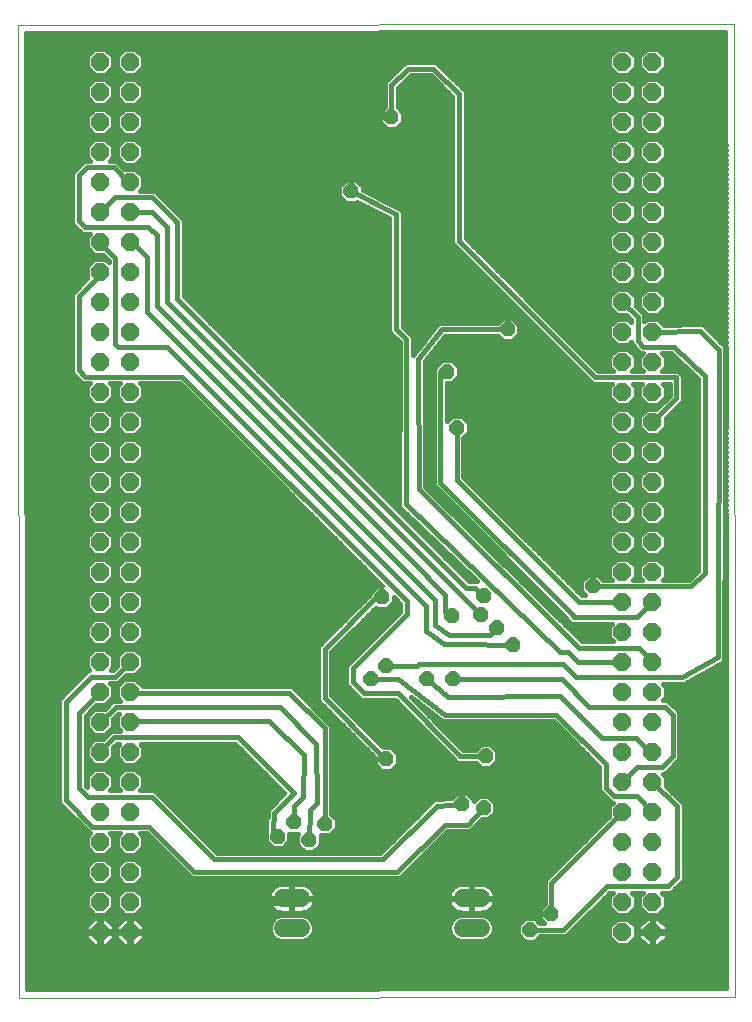
<source format=gbl>
G75*
%MOIN*%
%OFA0B0*%
%FSLAX25Y25*%
%IPPOS*%
%LPD*%
%AMOC8*
5,1,8,0,0,1.08239X$1,22.5*
%
%ADD10C,0.00000*%
%ADD11C,0.06000*%
%ADD12OC8,0.06000*%
%ADD13OC8,0.05000*%
%ADD14C,0.01600*%
D10*
X0002707Y0075410D02*
X0002407Y0399711D01*
X0241028Y0400011D01*
X0241328Y0075710D01*
X0002707Y0075410D01*
D11*
X0090690Y0098532D02*
X0096690Y0098532D01*
X0096690Y0108532D02*
X0090690Y0108532D01*
X0150650Y0108532D02*
X0156650Y0108532D01*
X0156650Y0098532D02*
X0150650Y0098532D01*
D12*
X0203926Y0097312D03*
X0203926Y0107312D03*
X0203926Y0117312D03*
X0203926Y0127312D03*
X0203926Y0137312D03*
X0203926Y0147312D03*
X0203926Y0157312D03*
X0203926Y0167312D03*
X0203926Y0177312D03*
X0203926Y0187312D03*
X0203926Y0197312D03*
X0203926Y0207312D03*
X0203926Y0217312D03*
X0203926Y0227312D03*
X0203926Y0237312D03*
X0203926Y0247312D03*
X0203926Y0257312D03*
X0203926Y0267312D03*
X0203926Y0277312D03*
X0203926Y0287312D03*
X0203926Y0297312D03*
X0203926Y0307312D03*
X0203926Y0317312D03*
X0203926Y0327312D03*
X0203926Y0337312D03*
X0203926Y0347312D03*
X0203926Y0357312D03*
X0203926Y0367312D03*
X0203926Y0377312D03*
X0203926Y0387312D03*
X0213926Y0387312D03*
X0213926Y0377312D03*
X0213926Y0367312D03*
X0213926Y0357312D03*
X0213926Y0347312D03*
X0213926Y0337312D03*
X0213926Y0327312D03*
X0213926Y0317312D03*
X0213926Y0307312D03*
X0213926Y0297312D03*
X0213926Y0287312D03*
X0213926Y0277312D03*
X0213926Y0267312D03*
X0213926Y0257312D03*
X0213926Y0247312D03*
X0213926Y0237312D03*
X0213926Y0227312D03*
X0213926Y0217312D03*
X0213926Y0207312D03*
X0213926Y0197312D03*
X0213926Y0187312D03*
X0213926Y0177312D03*
X0213926Y0167312D03*
X0213926Y0157312D03*
X0213926Y0147312D03*
X0213926Y0137312D03*
X0213926Y0127312D03*
X0213926Y0117312D03*
X0213926Y0107312D03*
X0213926Y0097312D03*
X0039753Y0097312D03*
X0039753Y0107312D03*
X0039753Y0117312D03*
X0039753Y0127312D03*
X0039753Y0137312D03*
X0039753Y0147312D03*
X0039753Y0157312D03*
X0039753Y0167312D03*
X0039753Y0177312D03*
X0039753Y0187312D03*
X0039753Y0197312D03*
X0039753Y0207312D03*
X0039753Y0217312D03*
X0039753Y0227312D03*
X0039753Y0237312D03*
X0039753Y0247312D03*
X0039753Y0257312D03*
X0039753Y0267312D03*
X0039753Y0277312D03*
X0039753Y0287312D03*
X0039753Y0297312D03*
X0039753Y0307312D03*
X0039753Y0317312D03*
X0039753Y0327312D03*
X0039753Y0337312D03*
X0039753Y0347312D03*
X0039753Y0357312D03*
X0039753Y0367312D03*
X0039753Y0377312D03*
X0039753Y0387312D03*
X0029753Y0387312D03*
X0029753Y0377312D03*
X0029753Y0367312D03*
X0029753Y0357312D03*
X0029753Y0347312D03*
X0029753Y0337312D03*
X0029753Y0327312D03*
X0029753Y0317312D03*
X0029753Y0307312D03*
X0029753Y0297312D03*
X0029753Y0287312D03*
X0029753Y0277312D03*
X0029753Y0267312D03*
X0029753Y0257312D03*
X0029753Y0247312D03*
X0029753Y0237312D03*
X0029753Y0227312D03*
X0029753Y0217312D03*
X0029753Y0207312D03*
X0029753Y0197312D03*
X0029753Y0187312D03*
X0029753Y0177312D03*
X0029753Y0167312D03*
X0029753Y0157312D03*
X0029753Y0147312D03*
X0029753Y0137312D03*
X0029753Y0127312D03*
X0029753Y0117312D03*
X0029753Y0107312D03*
X0029753Y0097312D03*
D13*
X0089007Y0129110D03*
X0094307Y0133810D03*
X0099407Y0128010D03*
X0104707Y0133410D03*
X0126607Y0137810D03*
X0125207Y0154910D03*
X0136682Y0157548D03*
X0150507Y0139810D03*
X0157607Y0138710D03*
X0158307Y0155910D03*
X0173454Y0148729D03*
X0147307Y0181510D03*
X0138807Y0181510D03*
X0125007Y0185810D03*
X0120107Y0181710D03*
X0123307Y0201910D03*
X0123807Y0208810D03*
X0147107Y0202510D03*
X0156707Y0202810D03*
X0157607Y0209210D03*
X0162207Y0198610D03*
X0167307Y0192810D03*
X0194007Y0212510D03*
X0180146Y0236918D03*
X0171091Y0261328D03*
X0182154Y0272351D03*
X0165607Y0298210D03*
X0150540Y0290461D03*
X0145407Y0284110D03*
X0148707Y0265310D03*
X0114398Y0287706D03*
X0113407Y0344210D03*
X0126907Y0368810D03*
X0223375Y0343335D03*
X0180207Y0103210D03*
X0173007Y0098010D03*
D14*
X0184207Y0098010D01*
X0198807Y0112610D01*
X0219207Y0112610D01*
X0222107Y0115510D01*
X0222107Y0139131D01*
X0213926Y0147312D01*
X0217450Y0150010D02*
X0218018Y0150010D01*
X0219307Y0151299D01*
X0222907Y0154899D01*
X0222907Y0170522D01*
X0221618Y0171810D01*
X0218918Y0174510D01*
X0217347Y0174510D01*
X0218326Y0175489D01*
X0218326Y0179134D01*
X0217450Y0180010D01*
X0223602Y0180010D01*
X0224186Y0179845D01*
X0224481Y0180010D01*
X0224818Y0180010D01*
X0225247Y0180439D01*
X0236277Y0186608D01*
X0236610Y0186607D01*
X0237043Y0187037D01*
X0237576Y0187335D01*
X0237667Y0187656D01*
X0237903Y0187890D01*
X0237906Y0188501D01*
X0238072Y0189089D01*
X0237909Y0189380D01*
X0238304Y0290116D01*
X0238307Y0290119D01*
X0238307Y0291027D01*
X0238311Y0291933D01*
X0238307Y0291937D01*
X0238307Y0292322D01*
X0232090Y0298538D01*
X0232090Y0298562D01*
X0231448Y0299180D01*
X0230818Y0299810D01*
X0230794Y0299810D01*
X0230777Y0299827D01*
X0229886Y0299810D01*
X0228996Y0299810D01*
X0228979Y0299793D01*
X0217874Y0299586D01*
X0215749Y0301712D01*
X0212103Y0301712D01*
X0211207Y0300815D01*
X0211207Y0303142D01*
X0208326Y0306023D01*
X0208326Y0309134D01*
X0205749Y0311712D01*
X0202103Y0311712D01*
X0199526Y0309134D01*
X0199526Y0305489D01*
X0202103Y0302912D01*
X0205215Y0302912D01*
X0206807Y0301319D01*
X0206807Y0300653D01*
X0205749Y0301712D01*
X0202103Y0301712D01*
X0199526Y0299134D01*
X0199526Y0295489D01*
X0202103Y0292912D01*
X0205749Y0292912D01*
X0206760Y0293924D01*
X0206741Y0293680D01*
X0206807Y0293602D01*
X0206807Y0293499D01*
X0207389Y0292918D01*
X0208507Y0291602D01*
X0208507Y0291499D01*
X0209089Y0290917D01*
X0209621Y0290291D01*
X0209723Y0290283D01*
X0209796Y0290210D01*
X0210602Y0290210D01*
X0209526Y0289134D01*
X0209526Y0285489D01*
X0210605Y0284410D01*
X0207247Y0284410D01*
X0208326Y0285489D01*
X0208326Y0289134D01*
X0205749Y0291712D01*
X0202103Y0291712D01*
X0199526Y0289134D01*
X0199526Y0285489D01*
X0200605Y0284410D01*
X0195818Y0284410D01*
X0151607Y0328622D01*
X0151607Y0377522D01*
X0143107Y0386022D01*
X0141818Y0387310D01*
X0131496Y0387310D01*
X0125996Y0381810D01*
X0124707Y0380522D01*
X0124707Y0372126D01*
X0123007Y0370426D01*
X0123007Y0367195D01*
X0125292Y0364910D01*
X0128523Y0364910D01*
X0130807Y0367195D01*
X0130807Y0370426D01*
X0129107Y0372126D01*
X0129107Y0378699D01*
X0133318Y0382910D01*
X0139996Y0382910D01*
X0147207Y0375699D01*
X0147207Y0326799D01*
X0148496Y0325510D01*
X0193996Y0280010D01*
X0200402Y0280010D01*
X0199526Y0279134D01*
X0199526Y0275489D01*
X0202103Y0272912D01*
X0205749Y0272912D01*
X0208326Y0275489D01*
X0208326Y0279134D01*
X0207450Y0280010D01*
X0210402Y0280010D01*
X0209526Y0279134D01*
X0209526Y0275489D01*
X0212103Y0272912D01*
X0215749Y0272912D01*
X0218326Y0275489D01*
X0218326Y0279134D01*
X0217450Y0280010D01*
X0219607Y0280010D01*
X0219607Y0276104D01*
X0215215Y0271712D01*
X0212103Y0271712D01*
X0209526Y0269134D01*
X0209526Y0265489D01*
X0212103Y0262912D01*
X0215749Y0262912D01*
X0218326Y0265489D01*
X0218326Y0268601D01*
X0222718Y0272993D01*
X0224007Y0274282D01*
X0224007Y0282922D01*
X0223807Y0283122D01*
X0222518Y0284410D01*
X0217247Y0284410D01*
X0218326Y0285489D01*
X0218326Y0289134D01*
X0217250Y0290210D01*
X0220121Y0290210D01*
X0229107Y0281573D01*
X0229107Y0217736D01*
X0226011Y0214710D01*
X0217547Y0214710D01*
X0218326Y0215489D01*
X0218326Y0219134D01*
X0215749Y0221712D01*
X0212103Y0221712D01*
X0209526Y0219134D01*
X0209526Y0215489D01*
X0210305Y0214710D01*
X0207547Y0214710D01*
X0208326Y0215489D01*
X0208326Y0219134D01*
X0205749Y0221712D01*
X0202103Y0221712D01*
X0199526Y0219134D01*
X0199526Y0215489D01*
X0200305Y0214710D01*
X0197323Y0214710D01*
X0195623Y0216410D01*
X0192392Y0216410D01*
X0190107Y0214126D01*
X0190107Y0210895D01*
X0191490Y0209512D01*
X0190317Y0209512D01*
X0150812Y0249016D01*
X0150888Y0261975D01*
X0152607Y0263695D01*
X0152607Y0266926D01*
X0150323Y0269210D01*
X0147092Y0269210D01*
X0145407Y0267526D01*
X0145407Y0280210D01*
X0147023Y0280210D01*
X0149307Y0282495D01*
X0149307Y0285726D01*
X0147023Y0288010D01*
X0143792Y0288010D01*
X0141507Y0285726D01*
X0141507Y0285322D01*
X0141007Y0284822D01*
X0141007Y0284707D01*
X0140934Y0284619D01*
X0141007Y0283810D01*
X0141007Y0247112D01*
X0141005Y0246204D01*
X0141007Y0246202D01*
X0141007Y0246199D01*
X0141651Y0245555D01*
X0185107Y0201902D01*
X0185107Y0201799D01*
X0185507Y0201399D01*
X0186796Y0200110D01*
X0200502Y0200110D01*
X0199526Y0199134D01*
X0199526Y0195489D01*
X0200805Y0194210D01*
X0190410Y0194210D01*
X0138205Y0245732D01*
X0138109Y0287550D01*
X0144775Y0296010D01*
X0162292Y0296010D01*
X0163992Y0294310D01*
X0167223Y0294310D01*
X0169507Y0296595D01*
X0169507Y0299826D01*
X0167223Y0302110D01*
X0163992Y0302110D01*
X0162292Y0300410D01*
X0144470Y0300410D01*
X0144353Y0300502D01*
X0143577Y0300410D01*
X0142796Y0300410D01*
X0142691Y0300305D01*
X0142543Y0300288D01*
X0142060Y0299674D01*
X0141507Y0299122D01*
X0141507Y0298973D01*
X0134258Y0289772D01*
X0134007Y0289520D01*
X0134007Y0295722D01*
X0130607Y0299122D01*
X0130607Y0335979D01*
X0130780Y0336316D01*
X0130607Y0336855D01*
X0130607Y0337422D01*
X0130339Y0337690D01*
X0130222Y0338051D01*
X0129719Y0338310D01*
X0129318Y0338710D01*
X0128939Y0338710D01*
X0117307Y0344681D01*
X0117307Y0345826D01*
X0115023Y0348110D01*
X0111792Y0348110D01*
X0109507Y0345826D01*
X0109507Y0342595D01*
X0111792Y0340310D01*
X0115023Y0340310D01*
X0115418Y0340705D01*
X0126207Y0335167D01*
X0126207Y0297299D01*
X0127496Y0296010D01*
X0129607Y0293899D01*
X0129607Y0287314D01*
X0129509Y0240693D01*
X0129486Y0240669D01*
X0129507Y0239786D01*
X0129505Y0238904D01*
X0129529Y0238880D01*
X0129529Y0238847D01*
X0130168Y0238238D01*
X0130791Y0237612D01*
X0130824Y0237612D01*
X0155265Y0214310D01*
X0152718Y0214310D01*
X0057707Y0309322D01*
X0057707Y0334722D01*
X0057407Y0335022D01*
X0057407Y0335122D01*
X0056118Y0336410D01*
X0048118Y0344410D01*
X0043074Y0344410D01*
X0044153Y0345489D01*
X0044153Y0349134D01*
X0041575Y0351712D01*
X0037930Y0351712D01*
X0037923Y0351705D01*
X0035218Y0354410D01*
X0033074Y0354410D01*
X0034153Y0355489D01*
X0034153Y0359134D01*
X0031575Y0361712D01*
X0027930Y0361712D01*
X0025353Y0359134D01*
X0025353Y0355489D01*
X0026432Y0354410D01*
X0024496Y0354410D01*
X0023207Y0353122D01*
X0020507Y0350422D01*
X0020507Y0333399D01*
X0021796Y0332110D01*
X0023796Y0330110D01*
X0026329Y0330110D01*
X0025353Y0329134D01*
X0025353Y0325489D01*
X0027930Y0322912D01*
X0030694Y0322912D01*
X0032607Y0320999D01*
X0032607Y0320680D01*
X0031575Y0321712D01*
X0027930Y0321712D01*
X0025353Y0319134D01*
X0025353Y0315489D01*
X0025564Y0315278D01*
X0020407Y0310122D01*
X0020407Y0283699D01*
X0023896Y0280210D01*
X0026429Y0280210D01*
X0025353Y0279134D01*
X0025353Y0275489D01*
X0027930Y0272912D01*
X0031575Y0272912D01*
X0034153Y0275489D01*
X0034153Y0279134D01*
X0033077Y0280210D01*
X0036429Y0280210D01*
X0035353Y0279134D01*
X0035353Y0275489D01*
X0037930Y0272912D01*
X0041575Y0272912D01*
X0044153Y0275489D01*
X0044153Y0279134D01*
X0043077Y0280210D01*
X0056296Y0280210D01*
X0123796Y0212710D01*
X0122192Y0212710D01*
X0119907Y0210426D01*
X0119907Y0209922D01*
X0103796Y0193810D01*
X0102507Y0192522D01*
X0102507Y0174399D01*
X0120507Y0156399D01*
X0120507Y0156199D01*
X0120564Y0156142D01*
X0120570Y0156061D01*
X0121201Y0155505D01*
X0121307Y0155399D01*
X0121307Y0153295D01*
X0123592Y0151010D01*
X0126823Y0151010D01*
X0129107Y0153295D01*
X0129107Y0156526D01*
X0126823Y0158810D01*
X0124318Y0158810D01*
X0123818Y0159310D01*
X0106907Y0176222D01*
X0106907Y0190699D01*
X0121655Y0205447D01*
X0122192Y0204910D01*
X0125423Y0204910D01*
X0127707Y0207195D01*
X0127707Y0208799D01*
X0129907Y0206599D01*
X0129907Y0204122D01*
X0111907Y0186122D01*
X0111907Y0179699D01*
X0113196Y0178410D01*
X0116896Y0174710D01*
X0128090Y0174710D01*
X0147607Y0155005D01*
X0147607Y0154999D01*
X0148248Y0154358D01*
X0148885Y0153715D01*
X0148891Y0153715D01*
X0148896Y0153710D01*
X0149802Y0153710D01*
X0150708Y0153706D01*
X0150712Y0153710D01*
X0154992Y0153710D01*
X0156692Y0152010D01*
X0159923Y0152010D01*
X0162207Y0154295D01*
X0162207Y0157526D01*
X0159923Y0159810D01*
X0156692Y0159810D01*
X0154992Y0158110D01*
X0150725Y0158110D01*
X0133503Y0175498D01*
X0143463Y0168043D01*
X0143996Y0167510D01*
X0144175Y0167510D01*
X0144318Y0167403D01*
X0145065Y0167510D01*
X0180996Y0167510D01*
X0196207Y0152299D01*
X0196207Y0144499D01*
X0199007Y0141699D01*
X0200296Y0140410D01*
X0200802Y0140410D01*
X0199526Y0139134D01*
X0199526Y0136023D01*
X0178007Y0114504D01*
X0178007Y0106526D01*
X0176307Y0104826D01*
X0176307Y0101595D01*
X0177692Y0100210D01*
X0176323Y0100210D01*
X0174623Y0101910D01*
X0171392Y0101910D01*
X0169107Y0099626D01*
X0169107Y0096395D01*
X0171392Y0094110D01*
X0174623Y0094110D01*
X0176323Y0095810D01*
X0185118Y0095810D01*
X0199718Y0110410D01*
X0200802Y0110410D01*
X0199526Y0109134D01*
X0199526Y0105489D01*
X0202103Y0102912D01*
X0205749Y0102912D01*
X0208326Y0105489D01*
X0208326Y0109134D01*
X0207050Y0110410D01*
X0210802Y0110410D01*
X0209526Y0109134D01*
X0209526Y0105489D01*
X0212103Y0102912D01*
X0215749Y0102912D01*
X0218326Y0105489D01*
X0218326Y0109134D01*
X0217050Y0110410D01*
X0220118Y0110410D01*
X0223018Y0113310D01*
X0224307Y0114599D01*
X0224307Y0140042D01*
X0218326Y0146023D01*
X0218326Y0149134D01*
X0217450Y0150010D01*
X0218178Y0150170D02*
X0238459Y0150170D01*
X0238461Y0148572D02*
X0218326Y0148572D01*
X0218326Y0146973D02*
X0238462Y0146973D01*
X0238464Y0145375D02*
X0218974Y0145375D01*
X0220573Y0143776D02*
X0238465Y0143776D01*
X0238467Y0142178D02*
X0222171Y0142178D01*
X0223770Y0140579D02*
X0238468Y0140579D01*
X0238470Y0138981D02*
X0224307Y0138981D01*
X0224307Y0137382D02*
X0238471Y0137382D01*
X0238473Y0135784D02*
X0224307Y0135784D01*
X0224307Y0134185D02*
X0238474Y0134185D01*
X0238476Y0132587D02*
X0224307Y0132587D01*
X0224307Y0130988D02*
X0238477Y0130988D01*
X0238479Y0129390D02*
X0224307Y0129390D01*
X0224307Y0127791D02*
X0238480Y0127791D01*
X0238482Y0126193D02*
X0224307Y0126193D01*
X0224307Y0124594D02*
X0238483Y0124594D01*
X0238485Y0122996D02*
X0224307Y0122996D01*
X0224307Y0121397D02*
X0238486Y0121397D01*
X0238488Y0119799D02*
X0224307Y0119799D01*
X0224307Y0118200D02*
X0238489Y0118200D01*
X0238491Y0116602D02*
X0224307Y0116602D01*
X0224307Y0115003D02*
X0238492Y0115003D01*
X0238493Y0113405D02*
X0223113Y0113405D01*
X0221514Y0111806D02*
X0238495Y0111806D01*
X0238496Y0110208D02*
X0217253Y0110208D01*
X0218326Y0108609D02*
X0238498Y0108609D01*
X0238499Y0107010D02*
X0218326Y0107010D01*
X0218249Y0105412D02*
X0238501Y0105412D01*
X0238502Y0103813D02*
X0216650Y0103813D01*
X0215914Y0102112D02*
X0214126Y0102112D01*
X0214126Y0097512D01*
X0213726Y0097512D01*
X0213726Y0102112D01*
X0211938Y0102112D01*
X0209126Y0099300D01*
X0209126Y0097512D01*
X0213726Y0097512D01*
X0213726Y0097112D01*
X0209126Y0097112D01*
X0209126Y0095324D01*
X0211938Y0092512D01*
X0213726Y0092512D01*
X0213726Y0097112D01*
X0214126Y0097112D01*
X0214126Y0097512D01*
X0218726Y0097512D01*
X0218726Y0099300D01*
X0215914Y0102112D01*
X0217410Y0100616D02*
X0238505Y0100616D01*
X0238507Y0099018D02*
X0218726Y0099018D01*
X0218726Y0097112D02*
X0214126Y0097112D01*
X0214126Y0092512D01*
X0215914Y0092512D01*
X0218726Y0095324D01*
X0218726Y0097112D01*
X0218726Y0095821D02*
X0238510Y0095821D01*
X0238508Y0097419D02*
X0214126Y0097419D01*
X0213726Y0097419D02*
X0208326Y0097419D01*
X0208326Y0095821D02*
X0209126Y0095821D01*
X0208326Y0095489D02*
X0205749Y0092912D01*
X0202103Y0092912D01*
X0199526Y0095489D01*
X0199526Y0099134D01*
X0202103Y0101712D01*
X0205749Y0101712D01*
X0208326Y0099134D01*
X0208326Y0095489D01*
X0207059Y0094222D02*
X0210227Y0094222D01*
X0211826Y0092624D02*
X0041853Y0092624D01*
X0041741Y0092512D02*
X0044553Y0095324D01*
X0044553Y0097112D01*
X0039953Y0097112D01*
X0039953Y0097512D01*
X0044553Y0097512D01*
X0044553Y0099300D01*
X0041741Y0102112D01*
X0039953Y0102112D01*
X0039953Y0097512D01*
X0039553Y0097512D01*
X0039553Y0102112D01*
X0037765Y0102112D01*
X0034953Y0099300D01*
X0034953Y0097512D01*
X0039553Y0097512D01*
X0039553Y0097112D01*
X0034953Y0097112D01*
X0034953Y0095324D01*
X0037765Y0092512D01*
X0039553Y0092512D01*
X0039553Y0097112D01*
X0039953Y0097112D01*
X0039953Y0092512D01*
X0041741Y0092512D01*
X0039953Y0092624D02*
X0039553Y0092624D01*
X0039553Y0094222D02*
X0039953Y0094222D01*
X0039953Y0095821D02*
X0039553Y0095821D01*
X0039753Y0097312D02*
X0076009Y0097312D01*
X0085707Y0107010D01*
X0092168Y0107010D01*
X0093690Y0108532D01*
X0093890Y0108609D02*
X0153450Y0108609D01*
X0153450Y0108732D02*
X0153450Y0108332D01*
X0145850Y0108332D01*
X0145850Y0108155D01*
X0145969Y0107408D01*
X0146202Y0106690D01*
X0146545Y0106017D01*
X0146989Y0105405D01*
X0147523Y0104871D01*
X0148135Y0104427D01*
X0148808Y0104084D01*
X0149526Y0103850D01*
X0150273Y0103732D01*
X0153450Y0103732D01*
X0153450Y0108332D01*
X0153850Y0108332D01*
X0153850Y0103732D01*
X0157028Y0103732D01*
X0157774Y0103850D01*
X0158493Y0104084D01*
X0159166Y0104427D01*
X0159777Y0104871D01*
X0160312Y0105405D01*
X0160756Y0106017D01*
X0161099Y0106690D01*
X0161332Y0107408D01*
X0161450Y0108155D01*
X0161450Y0108332D01*
X0153850Y0108332D01*
X0153850Y0108732D01*
X0153450Y0108732D01*
X0145850Y0108732D01*
X0145850Y0108910D01*
X0145969Y0109656D01*
X0146202Y0110375D01*
X0146545Y0111048D01*
X0146989Y0111659D01*
X0147523Y0112194D01*
X0148135Y0112638D01*
X0148808Y0112981D01*
X0149526Y0113214D01*
X0150273Y0113332D01*
X0153450Y0113332D01*
X0153450Y0108732D01*
X0153850Y0108732D02*
X0153850Y0113332D01*
X0157028Y0113332D01*
X0157774Y0113214D01*
X0158493Y0112981D01*
X0159166Y0112638D01*
X0159777Y0112194D01*
X0160312Y0111659D01*
X0160756Y0111048D01*
X0161099Y0110375D01*
X0161332Y0109656D01*
X0161450Y0108910D01*
X0161450Y0108732D01*
X0153850Y0108732D01*
X0153850Y0108609D02*
X0178007Y0108609D01*
X0178007Y0110208D02*
X0161153Y0110208D01*
X0160165Y0111806D02*
X0178007Y0111806D01*
X0178007Y0113405D02*
X0042068Y0113405D01*
X0041575Y0112912D02*
X0044153Y0115489D01*
X0044153Y0119134D01*
X0041575Y0121712D01*
X0037930Y0121712D01*
X0035353Y0119134D01*
X0035353Y0115489D01*
X0037930Y0112912D01*
X0041575Y0112912D01*
X0041575Y0111712D02*
X0037930Y0111712D01*
X0035353Y0109134D01*
X0035353Y0105489D01*
X0037930Y0102912D01*
X0041575Y0102912D01*
X0044153Y0105489D01*
X0044153Y0109134D01*
X0041575Y0111712D01*
X0043080Y0110208D02*
X0086187Y0110208D01*
X0086241Y0110375D02*
X0086008Y0109656D01*
X0085890Y0108910D01*
X0085890Y0108732D01*
X0093490Y0108732D01*
X0093490Y0108332D01*
X0093890Y0108332D01*
X0093890Y0108732D01*
X0101490Y0108732D01*
X0101490Y0108910D01*
X0101372Y0109656D01*
X0101138Y0110375D01*
X0100795Y0111048D01*
X0100351Y0111659D01*
X0099817Y0112194D01*
X0099205Y0112638D01*
X0098532Y0112981D01*
X0097814Y0113214D01*
X0097068Y0113332D01*
X0093890Y0113332D01*
X0093890Y0108732D01*
X0093490Y0108732D01*
X0093490Y0113332D01*
X0090312Y0113332D01*
X0089566Y0113214D01*
X0088847Y0112981D01*
X0088174Y0112638D01*
X0087563Y0112194D01*
X0087029Y0111659D01*
X0086584Y0111048D01*
X0086241Y0110375D01*
X0087175Y0111806D02*
X0005473Y0111806D01*
X0005475Y0110208D02*
X0026426Y0110208D01*
X0025353Y0109134D02*
X0027930Y0111712D01*
X0031575Y0111712D01*
X0034153Y0109134D01*
X0034153Y0105489D01*
X0031575Y0102912D01*
X0027930Y0102912D01*
X0025353Y0105489D01*
X0025353Y0109134D01*
X0025353Y0108609D02*
X0005476Y0108609D01*
X0005478Y0107010D02*
X0025353Y0107010D01*
X0025430Y0105412D02*
X0005479Y0105412D01*
X0005481Y0103813D02*
X0027029Y0103813D01*
X0027765Y0102112D02*
X0024953Y0099300D01*
X0024953Y0097512D01*
X0029553Y0097512D01*
X0029553Y0102112D01*
X0027765Y0102112D01*
X0026269Y0100616D02*
X0005484Y0100616D01*
X0005485Y0099018D02*
X0024953Y0099018D01*
X0024953Y0097112D02*
X0024953Y0095324D01*
X0027765Y0092512D01*
X0029553Y0092512D01*
X0029553Y0097112D01*
X0024953Y0097112D01*
X0024953Y0095821D02*
X0005488Y0095821D01*
X0005487Y0097419D02*
X0029553Y0097419D01*
X0029553Y0097512D02*
X0029553Y0097112D01*
X0029953Y0097112D01*
X0029953Y0097512D01*
X0034553Y0097512D01*
X0034553Y0099300D01*
X0031741Y0102112D01*
X0029953Y0102112D01*
X0029953Y0097512D01*
X0029553Y0097512D01*
X0029953Y0097419D02*
X0039553Y0097419D01*
X0039953Y0097419D02*
X0086388Y0097419D01*
X0086290Y0097657D02*
X0086960Y0096040D01*
X0088197Y0094802D01*
X0089815Y0094132D01*
X0097565Y0094132D01*
X0099182Y0094802D01*
X0100420Y0096040D01*
X0101090Y0097657D01*
X0101090Y0099407D01*
X0100420Y0101025D01*
X0099182Y0102262D01*
X0097565Y0102932D01*
X0089815Y0102932D01*
X0088197Y0102262D01*
X0086960Y0101025D01*
X0086290Y0099407D01*
X0086290Y0097657D01*
X0086290Y0099018D02*
X0044553Y0099018D01*
X0043236Y0100616D02*
X0086791Y0100616D01*
X0088150Y0102215D02*
X0005482Y0102215D01*
X0005490Y0094222D02*
X0026054Y0094222D01*
X0027652Y0092624D02*
X0005491Y0092624D01*
X0005493Y0091025D02*
X0238514Y0091025D01*
X0238516Y0089427D02*
X0005494Y0089427D01*
X0005496Y0087828D02*
X0238517Y0087828D01*
X0238519Y0086230D02*
X0005497Y0086230D01*
X0005499Y0084631D02*
X0238520Y0084631D01*
X0238522Y0083033D02*
X0005500Y0083033D01*
X0005502Y0081434D02*
X0238523Y0081434D01*
X0238525Y0079836D02*
X0005503Y0079836D01*
X0005504Y0078237D02*
X0024235Y0078237D01*
X0029553Y0092624D02*
X0029953Y0092624D01*
X0029953Y0092512D02*
X0031741Y0092512D01*
X0034553Y0095324D01*
X0034553Y0097112D01*
X0029953Y0097112D01*
X0029953Y0092512D01*
X0029953Y0094222D02*
X0029553Y0094222D01*
X0029553Y0095821D02*
X0029953Y0095821D01*
X0029953Y0099018D02*
X0029553Y0099018D01*
X0029553Y0100616D02*
X0029953Y0100616D01*
X0033236Y0100616D02*
X0036269Y0100616D01*
X0034953Y0099018D02*
X0034553Y0099018D01*
X0034553Y0095821D02*
X0034953Y0095821D01*
X0036054Y0094222D02*
X0033452Y0094222D01*
X0031853Y0092624D02*
X0037652Y0092624D01*
X0039553Y0099018D02*
X0039953Y0099018D01*
X0039953Y0100616D02*
X0039553Y0100616D01*
X0037029Y0103813D02*
X0032477Y0103813D01*
X0034075Y0105412D02*
X0035430Y0105412D01*
X0035353Y0107010D02*
X0034153Y0107010D01*
X0034153Y0108609D02*
X0035353Y0108609D01*
X0036426Y0110208D02*
X0033080Y0110208D01*
X0031575Y0112912D02*
X0034153Y0115489D01*
X0034153Y0119134D01*
X0031575Y0121712D01*
X0027930Y0121712D01*
X0025353Y0119134D01*
X0025353Y0115489D01*
X0027930Y0112912D01*
X0031575Y0112912D01*
X0032068Y0113405D02*
X0037437Y0113405D01*
X0035839Y0115003D02*
X0033667Y0115003D01*
X0034153Y0116602D02*
X0035353Y0116602D01*
X0035353Y0118200D02*
X0034153Y0118200D01*
X0033488Y0119799D02*
X0036017Y0119799D01*
X0037616Y0121397D02*
X0031890Y0121397D01*
X0031575Y0122912D02*
X0034153Y0125489D01*
X0034153Y0129134D01*
X0033077Y0130210D01*
X0036429Y0130210D01*
X0035353Y0129134D01*
X0035353Y0125489D01*
X0037930Y0122912D01*
X0041575Y0122912D01*
X0044153Y0125489D01*
X0044153Y0129134D01*
X0043077Y0130210D01*
X0045296Y0130210D01*
X0060296Y0115210D01*
X0129818Y0115210D01*
X0131107Y0116499D01*
X0145518Y0130910D01*
X0153218Y0130910D01*
X0154507Y0132199D01*
X0155156Y0132848D01*
X0155210Y0132851D01*
X0155795Y0133487D01*
X0156407Y0134099D01*
X0156407Y0134153D01*
X0157011Y0134810D01*
X0159223Y0134810D01*
X0161507Y0137095D01*
X0161507Y0140326D01*
X0159223Y0142610D01*
X0155992Y0142610D01*
X0154407Y0141026D01*
X0154407Y0141426D01*
X0152123Y0143710D01*
X0148892Y0143710D01*
X0147030Y0141849D01*
X0141955Y0141610D01*
X0141096Y0141610D01*
X0141053Y0141568D01*
X0140993Y0141565D01*
X0140415Y0140929D01*
X0123196Y0123710D01*
X0068718Y0123710D01*
X0049207Y0143222D01*
X0047918Y0144510D01*
X0043174Y0144510D01*
X0044153Y0145489D01*
X0044153Y0149134D01*
X0041575Y0151712D01*
X0037930Y0151712D01*
X0035353Y0149134D01*
X0035353Y0145489D01*
X0036332Y0144510D01*
X0033174Y0144510D01*
X0034153Y0145489D01*
X0034153Y0149134D01*
X0031575Y0151712D01*
X0027930Y0151712D01*
X0025353Y0149134D01*
X0025353Y0145776D01*
X0025007Y0146122D01*
X0025007Y0169455D01*
X0028464Y0172912D01*
X0031575Y0172912D01*
X0034153Y0175489D01*
X0034153Y0179134D01*
X0033077Y0180210D01*
X0035762Y0180210D01*
X0038464Y0182912D01*
X0041575Y0182912D01*
X0044153Y0185489D01*
X0044153Y0189134D01*
X0041575Y0191712D01*
X0037930Y0191712D01*
X0035353Y0189134D01*
X0035353Y0186023D01*
X0033940Y0184610D01*
X0033274Y0184610D01*
X0034153Y0185489D01*
X0034153Y0189134D01*
X0031575Y0191712D01*
X0027930Y0191712D01*
X0025353Y0189134D01*
X0025353Y0185489D01*
X0026232Y0184610D01*
X0025796Y0184610D01*
X0024507Y0183322D01*
X0016207Y0175022D01*
X0016207Y0140299D01*
X0017496Y0139010D01*
X0026296Y0130210D01*
X0026429Y0130210D01*
X0025353Y0129134D01*
X0025353Y0125489D01*
X0027930Y0122912D01*
X0031575Y0122912D01*
X0031659Y0122996D02*
X0037846Y0122996D01*
X0036248Y0124594D02*
X0033258Y0124594D01*
X0034153Y0126193D02*
X0035353Y0126193D01*
X0035353Y0127791D02*
X0034153Y0127791D01*
X0033897Y0129390D02*
X0035608Y0129390D01*
X0043897Y0129390D02*
X0046116Y0129390D01*
X0047715Y0127791D02*
X0044153Y0127791D01*
X0044153Y0126193D02*
X0049313Y0126193D01*
X0050912Y0124594D02*
X0043258Y0124594D01*
X0041659Y0122996D02*
X0052510Y0122996D01*
X0054109Y0121397D02*
X0041890Y0121397D01*
X0043488Y0119799D02*
X0055707Y0119799D01*
X0057306Y0118200D02*
X0044153Y0118200D01*
X0044153Y0116602D02*
X0058904Y0116602D01*
X0061207Y0117410D02*
X0046207Y0132410D01*
X0027207Y0132410D01*
X0018407Y0141210D01*
X0018407Y0174110D01*
X0026707Y0182410D01*
X0034851Y0182410D01*
X0039753Y0187312D01*
X0044153Y0186936D02*
X0102507Y0186936D01*
X0102507Y0185338D02*
X0044001Y0185338D01*
X0042403Y0183739D02*
X0102507Y0183739D01*
X0102507Y0182141D02*
X0037693Y0182141D01*
X0037930Y0181712D02*
X0035353Y0179134D01*
X0035353Y0175489D01*
X0036432Y0174410D01*
X0035094Y0174410D01*
X0034227Y0174444D01*
X0034190Y0174410D01*
X0034140Y0174410D01*
X0033526Y0173796D01*
X0031271Y0171712D01*
X0027930Y0171712D01*
X0025353Y0169134D01*
X0025353Y0165489D01*
X0027930Y0162912D01*
X0031575Y0162912D01*
X0034153Y0165489D01*
X0034153Y0168384D01*
X0035912Y0170010D01*
X0036229Y0170010D01*
X0035353Y0169134D01*
X0035353Y0165489D01*
X0036432Y0164410D01*
X0033496Y0164410D01*
X0030797Y0161712D01*
X0027930Y0161712D01*
X0025353Y0159134D01*
X0025353Y0155489D01*
X0027930Y0152912D01*
X0031575Y0152912D01*
X0034153Y0155489D01*
X0034153Y0158845D01*
X0035318Y0160010D01*
X0036229Y0160010D01*
X0035353Y0159134D01*
X0035353Y0155489D01*
X0037930Y0152912D01*
X0041575Y0152912D01*
X0044153Y0155489D01*
X0044153Y0159134D01*
X0043277Y0160010D01*
X0074796Y0160010D01*
X0091196Y0143610D01*
X0085607Y0138022D01*
X0085607Y0135522D01*
X0085107Y0135022D01*
X0085107Y0127495D01*
X0087392Y0125210D01*
X0090623Y0125210D01*
X0092907Y0127495D01*
X0092907Y0129910D01*
X0095792Y0129910D01*
X0095507Y0129626D01*
X0095507Y0126395D01*
X0097792Y0124110D01*
X0101023Y0124110D01*
X0103307Y0126395D01*
X0103307Y0129510D01*
X0106323Y0129510D01*
X0108607Y0131795D01*
X0108607Y0135026D01*
X0106907Y0136726D01*
X0106907Y0166122D01*
X0095107Y0177922D01*
X0093818Y0179210D01*
X0044077Y0179210D01*
X0041575Y0181712D01*
X0037930Y0181712D01*
X0036760Y0180542D02*
X0036094Y0180542D01*
X0035353Y0178944D02*
X0034153Y0178944D01*
X0034153Y0177345D02*
X0035353Y0177345D01*
X0035353Y0175746D02*
X0034153Y0175746D01*
X0033878Y0174148D02*
X0032811Y0174148D01*
X0032177Y0172549D02*
X0028102Y0172549D01*
X0027169Y0170951D02*
X0026503Y0170951D01*
X0025571Y0169352D02*
X0025007Y0169352D01*
X0025007Y0167754D02*
X0025353Y0167754D01*
X0025353Y0166155D02*
X0025007Y0166155D01*
X0025007Y0164557D02*
X0026285Y0164557D01*
X0025007Y0162958D02*
X0027884Y0162958D01*
X0027578Y0161360D02*
X0025007Y0161360D01*
X0025007Y0159761D02*
X0025980Y0159761D01*
X0025353Y0158163D02*
X0025007Y0158163D01*
X0025007Y0156564D02*
X0025353Y0156564D01*
X0025007Y0154966D02*
X0025876Y0154966D01*
X0025007Y0153367D02*
X0027475Y0153367D01*
X0025007Y0151769D02*
X0083037Y0151769D01*
X0081439Y0153367D02*
X0042031Y0153367D01*
X0043629Y0154966D02*
X0079840Y0154966D01*
X0078242Y0156564D02*
X0044153Y0156564D01*
X0044153Y0158163D02*
X0076643Y0158163D01*
X0075045Y0159761D02*
X0043526Y0159761D01*
X0039753Y0167312D02*
X0040151Y0167710D01*
X0086107Y0167710D01*
X0097607Y0156210D01*
X0097507Y0142210D01*
X0094307Y0139410D01*
X0094307Y0133810D01*
X0095507Y0129390D02*
X0092907Y0129390D01*
X0092907Y0127791D02*
X0095507Y0127791D01*
X0095709Y0126193D02*
X0091605Y0126193D01*
X0089007Y0129110D02*
X0087307Y0130810D01*
X0087307Y0134110D01*
X0087807Y0134610D01*
X0087807Y0137110D01*
X0094307Y0143610D01*
X0075707Y0162210D01*
X0034407Y0162210D01*
X0029753Y0157556D01*
X0029753Y0157312D01*
X0033629Y0154966D02*
X0035876Y0154966D01*
X0035353Y0156564D02*
X0034153Y0156564D01*
X0034153Y0158163D02*
X0035353Y0158163D01*
X0035069Y0159761D02*
X0035980Y0159761D01*
X0036285Y0164557D02*
X0033220Y0164557D01*
X0034153Y0166155D02*
X0035353Y0166155D01*
X0035353Y0167754D02*
X0034153Y0167754D01*
X0035201Y0169352D02*
X0035571Y0169352D01*
X0035051Y0172210D02*
X0029753Y0167312D01*
X0031622Y0162958D02*
X0032044Y0162958D01*
X0035051Y0172210D02*
X0089707Y0172210D01*
X0101707Y0159910D01*
X0102007Y0140410D01*
X0099707Y0138110D01*
X0099407Y0128010D01*
X0103307Y0127791D02*
X0127277Y0127791D01*
X0128875Y0129390D02*
X0103307Y0129390D01*
X0103105Y0126193D02*
X0125678Y0126193D01*
X0124080Y0124594D02*
X0101506Y0124594D01*
X0097308Y0124594D02*
X0067834Y0124594D01*
X0066236Y0126193D02*
X0086409Y0126193D01*
X0085107Y0127791D02*
X0064637Y0127791D01*
X0063039Y0129390D02*
X0085107Y0129390D01*
X0085107Y0130988D02*
X0061440Y0130988D01*
X0059842Y0132587D02*
X0085107Y0132587D01*
X0085107Y0134185D02*
X0058243Y0134185D01*
X0056645Y0135784D02*
X0085607Y0135784D01*
X0085607Y0137382D02*
X0055046Y0137382D01*
X0053448Y0138981D02*
X0086566Y0138981D01*
X0088165Y0140579D02*
X0051849Y0140579D01*
X0050251Y0142178D02*
X0089763Y0142178D01*
X0091030Y0143776D02*
X0048652Y0143776D01*
X0047007Y0142310D02*
X0025707Y0142310D01*
X0022807Y0145210D01*
X0022807Y0170366D01*
X0029753Y0177312D01*
X0024925Y0183739D02*
X0005407Y0183739D01*
X0005408Y0182141D02*
X0023326Y0182141D01*
X0021728Y0180542D02*
X0005410Y0180542D01*
X0005411Y0178944D02*
X0020129Y0178944D01*
X0018531Y0177345D02*
X0005413Y0177345D01*
X0005414Y0175746D02*
X0016932Y0175746D01*
X0016207Y0174148D02*
X0005416Y0174148D01*
X0005417Y0172549D02*
X0016207Y0172549D01*
X0016207Y0170951D02*
X0005419Y0170951D01*
X0005420Y0169352D02*
X0016207Y0169352D01*
X0016207Y0167754D02*
X0005422Y0167754D01*
X0005423Y0166155D02*
X0016207Y0166155D01*
X0016207Y0164557D02*
X0005425Y0164557D01*
X0005426Y0162958D02*
X0016207Y0162958D01*
X0016207Y0161360D02*
X0005428Y0161360D01*
X0005429Y0159761D02*
X0016207Y0159761D01*
X0016207Y0158163D02*
X0005431Y0158163D01*
X0005432Y0156564D02*
X0016207Y0156564D01*
X0016207Y0154966D02*
X0005433Y0154966D01*
X0005435Y0153367D02*
X0016207Y0153367D01*
X0016207Y0151769D02*
X0005436Y0151769D01*
X0005438Y0150170D02*
X0016207Y0150170D01*
X0016207Y0148572D02*
X0005439Y0148572D01*
X0005441Y0146973D02*
X0016207Y0146973D01*
X0016207Y0145375D02*
X0005442Y0145375D01*
X0005444Y0143776D02*
X0016207Y0143776D01*
X0016207Y0142178D02*
X0005445Y0142178D01*
X0005447Y0140579D02*
X0016207Y0140579D01*
X0017525Y0138981D02*
X0005448Y0138981D01*
X0005450Y0137382D02*
X0019124Y0137382D01*
X0020722Y0135784D02*
X0005451Y0135784D01*
X0005453Y0134185D02*
X0022321Y0134185D01*
X0023919Y0132587D02*
X0005454Y0132587D01*
X0005456Y0130988D02*
X0025518Y0130988D01*
X0025608Y0129390D02*
X0005457Y0129390D01*
X0005459Y0127791D02*
X0025353Y0127791D01*
X0025353Y0126193D02*
X0005460Y0126193D01*
X0005462Y0124594D02*
X0026248Y0124594D01*
X0027846Y0122996D02*
X0005463Y0122996D01*
X0005465Y0121397D02*
X0027616Y0121397D01*
X0026017Y0119799D02*
X0005466Y0119799D01*
X0005467Y0118200D02*
X0025353Y0118200D01*
X0025353Y0116602D02*
X0005469Y0116602D01*
X0005470Y0115003D02*
X0025839Y0115003D01*
X0027437Y0113405D02*
X0005472Y0113405D01*
X0025007Y0146973D02*
X0025353Y0146973D01*
X0025353Y0148572D02*
X0025007Y0148572D01*
X0025007Y0150170D02*
X0026389Y0150170D01*
X0032031Y0153367D02*
X0037475Y0153367D01*
X0036389Y0150170D02*
X0033117Y0150170D01*
X0034153Y0148572D02*
X0035353Y0148572D01*
X0035353Y0146973D02*
X0034153Y0146973D01*
X0034038Y0145375D02*
X0035467Y0145375D01*
X0044038Y0145375D02*
X0089431Y0145375D01*
X0087833Y0146973D02*
X0044153Y0146973D01*
X0044153Y0148572D02*
X0086234Y0148572D01*
X0084636Y0150170D02*
X0043117Y0150170D01*
X0047007Y0142310D02*
X0067807Y0121510D01*
X0124107Y0121510D01*
X0142007Y0139410D01*
X0150507Y0139810D01*
X0147359Y0142178D02*
X0106907Y0142178D01*
X0106907Y0143776D02*
X0196930Y0143776D01*
X0196207Y0145375D02*
X0106907Y0145375D01*
X0106907Y0146973D02*
X0196207Y0146973D01*
X0196207Y0148572D02*
X0106907Y0148572D01*
X0106907Y0150170D02*
X0196207Y0150170D01*
X0196207Y0151769D02*
X0127581Y0151769D01*
X0129107Y0153367D02*
X0155335Y0153367D01*
X0158307Y0155910D02*
X0149807Y0155910D01*
X0129007Y0176910D01*
X0117807Y0176910D01*
X0114107Y0180610D01*
X0114107Y0185210D01*
X0132107Y0203210D01*
X0132107Y0207510D01*
X0057207Y0282410D01*
X0024807Y0282410D01*
X0022607Y0284610D01*
X0022607Y0309210D01*
X0029753Y0316356D01*
X0029753Y0317312D01*
X0032076Y0321211D02*
X0032395Y0321211D01*
X0030797Y0322810D02*
X0005278Y0322810D01*
X0005277Y0324408D02*
X0026434Y0324408D01*
X0025353Y0326007D02*
X0005275Y0326007D01*
X0005274Y0327605D02*
X0025353Y0327605D01*
X0025422Y0329204D02*
X0005272Y0329204D01*
X0005271Y0330802D02*
X0023104Y0330802D01*
X0024707Y0332310D02*
X0022707Y0334310D01*
X0022707Y0349510D01*
X0025407Y0352210D01*
X0034307Y0352210D01*
X0039206Y0347312D01*
X0039753Y0347312D01*
X0039753Y0346956D01*
X0044153Y0346787D02*
X0110469Y0346787D01*
X0109507Y0345189D02*
X0043852Y0345189D01*
X0044153Y0348386D02*
X0147207Y0348386D01*
X0147207Y0349984D02*
X0043303Y0349984D01*
X0041704Y0351583D02*
X0147207Y0351583D01*
X0147207Y0353181D02*
X0041845Y0353181D01*
X0041575Y0352912D02*
X0044153Y0355489D01*
X0044153Y0359134D01*
X0041575Y0361712D01*
X0037930Y0361712D01*
X0035353Y0359134D01*
X0035353Y0355489D01*
X0037930Y0352912D01*
X0041575Y0352912D01*
X0043443Y0354780D02*
X0147207Y0354780D01*
X0147207Y0356378D02*
X0044153Y0356378D01*
X0044153Y0357977D02*
X0147207Y0357977D01*
X0147207Y0359575D02*
X0043712Y0359575D01*
X0042113Y0361174D02*
X0147207Y0361174D01*
X0147207Y0362772D02*
X0005241Y0362772D01*
X0005243Y0361174D02*
X0027392Y0361174D01*
X0027930Y0362912D02*
X0031575Y0362912D01*
X0034153Y0365489D01*
X0034153Y0369134D01*
X0031575Y0371712D01*
X0027930Y0371712D01*
X0025353Y0369134D01*
X0025353Y0365489D01*
X0027930Y0362912D01*
X0026471Y0364371D02*
X0005240Y0364371D01*
X0005238Y0365969D02*
X0025353Y0365969D01*
X0025353Y0367568D02*
X0005237Y0367568D01*
X0005235Y0369166D02*
X0025385Y0369166D01*
X0026983Y0370765D02*
X0005234Y0370765D01*
X0005232Y0372363D02*
X0124707Y0372363D01*
X0124707Y0373962D02*
X0042625Y0373962D01*
X0041575Y0372912D02*
X0044153Y0375489D01*
X0044153Y0379134D01*
X0041575Y0381712D01*
X0037930Y0381712D01*
X0035353Y0379134D01*
X0035353Y0375489D01*
X0037930Y0372912D01*
X0041575Y0372912D01*
X0041575Y0371712D02*
X0037930Y0371712D01*
X0035353Y0369134D01*
X0035353Y0365489D01*
X0037930Y0362912D01*
X0041575Y0362912D01*
X0044153Y0365489D01*
X0044153Y0369134D01*
X0041575Y0371712D01*
X0042522Y0370765D02*
X0123346Y0370765D01*
X0123007Y0369166D02*
X0044121Y0369166D01*
X0044153Y0367568D02*
X0123007Y0367568D01*
X0124233Y0365969D02*
X0044153Y0365969D01*
X0043034Y0364371D02*
X0147207Y0364371D01*
X0147207Y0365969D02*
X0129582Y0365969D01*
X0130807Y0367568D02*
X0147207Y0367568D01*
X0147207Y0369166D02*
X0130807Y0369166D01*
X0130468Y0370765D02*
X0147207Y0370765D01*
X0147207Y0372363D02*
X0129107Y0372363D01*
X0129107Y0373962D02*
X0147207Y0373962D01*
X0147207Y0375560D02*
X0129107Y0375560D01*
X0129107Y0377159D02*
X0145747Y0377159D01*
X0144149Y0378757D02*
X0129166Y0378757D01*
X0130764Y0380356D02*
X0142550Y0380356D01*
X0140952Y0381954D02*
X0132363Y0381954D01*
X0132407Y0385110D02*
X0126907Y0379610D01*
X0126907Y0368810D01*
X0124707Y0375560D02*
X0044153Y0375560D01*
X0044153Y0377159D02*
X0124707Y0377159D01*
X0124707Y0378757D02*
X0044153Y0378757D01*
X0042931Y0380356D02*
X0124707Y0380356D01*
X0126140Y0381954D02*
X0005223Y0381954D01*
X0005225Y0380356D02*
X0026574Y0380356D01*
X0025353Y0379134D02*
X0027930Y0381712D01*
X0031575Y0381712D01*
X0034153Y0379134D01*
X0034153Y0375489D01*
X0031575Y0372912D01*
X0027930Y0372912D01*
X0025353Y0375489D01*
X0025353Y0379134D01*
X0025353Y0378757D02*
X0005226Y0378757D01*
X0005228Y0377159D02*
X0025353Y0377159D01*
X0025353Y0375560D02*
X0005229Y0375560D01*
X0005231Y0373962D02*
X0026880Y0373962D01*
X0032625Y0373962D02*
X0036880Y0373962D01*
X0035353Y0375560D02*
X0034153Y0375560D01*
X0034153Y0377159D02*
X0035353Y0377159D01*
X0035353Y0378757D02*
X0034153Y0378757D01*
X0032931Y0380356D02*
X0036574Y0380356D01*
X0037930Y0382912D02*
X0041575Y0382912D01*
X0044153Y0385489D01*
X0044153Y0389134D01*
X0041575Y0391712D01*
X0037930Y0391712D01*
X0035353Y0389134D01*
X0035353Y0385489D01*
X0037930Y0382912D01*
X0037289Y0383553D02*
X0032216Y0383553D01*
X0031575Y0382912D02*
X0034153Y0385489D01*
X0034153Y0389134D01*
X0031575Y0391712D01*
X0027930Y0391712D01*
X0025353Y0389134D01*
X0025353Y0385489D01*
X0027930Y0382912D01*
X0031575Y0382912D01*
X0033815Y0385151D02*
X0035691Y0385151D01*
X0035353Y0386750D02*
X0034153Y0386750D01*
X0034153Y0388348D02*
X0035353Y0388348D01*
X0036165Y0389947D02*
X0033340Y0389947D01*
X0031742Y0391546D02*
X0037764Y0391546D01*
X0041742Y0391546D02*
X0201937Y0391546D01*
X0202103Y0391712D02*
X0199526Y0389134D01*
X0199526Y0385489D01*
X0202103Y0382912D01*
X0205749Y0382912D01*
X0208326Y0385489D01*
X0208326Y0389134D01*
X0205749Y0391712D01*
X0202103Y0391712D01*
X0200339Y0389947D02*
X0043340Y0389947D01*
X0044153Y0388348D02*
X0199526Y0388348D01*
X0199526Y0386750D02*
X0142379Y0386750D01*
X0140907Y0385110D02*
X0132407Y0385110D01*
X0130936Y0386750D02*
X0044153Y0386750D01*
X0043815Y0385151D02*
X0129337Y0385151D01*
X0127739Y0383553D02*
X0042216Y0383553D01*
X0036983Y0370765D02*
X0032522Y0370765D01*
X0034121Y0369166D02*
X0035385Y0369166D01*
X0035353Y0367568D02*
X0034153Y0367568D01*
X0034153Y0365969D02*
X0035353Y0365969D01*
X0036471Y0364371D02*
X0033034Y0364371D01*
X0032113Y0361174D02*
X0037392Y0361174D01*
X0035794Y0359575D02*
X0033712Y0359575D01*
X0034153Y0357977D02*
X0035353Y0357977D01*
X0035353Y0356378D02*
X0034153Y0356378D01*
X0033443Y0354780D02*
X0036062Y0354780D01*
X0036447Y0353181D02*
X0037661Y0353181D01*
X0034651Y0342210D02*
X0047207Y0342210D01*
X0055207Y0334210D01*
X0055207Y0334110D01*
X0055507Y0333810D01*
X0055507Y0308410D01*
X0151807Y0212110D01*
X0154707Y0212110D01*
X0157607Y0209210D01*
X0153798Y0215709D02*
X0151319Y0215709D01*
X0152121Y0217308D02*
X0149721Y0217308D01*
X0150445Y0218906D02*
X0148122Y0218906D01*
X0148768Y0220505D02*
X0146524Y0220505D01*
X0147091Y0222103D02*
X0144925Y0222103D01*
X0145415Y0223702D02*
X0143327Y0223702D01*
X0143738Y0225300D02*
X0141728Y0225300D01*
X0142061Y0226899D02*
X0140130Y0226899D01*
X0140385Y0228497D02*
X0138531Y0228497D01*
X0138708Y0230096D02*
X0136933Y0230096D01*
X0137031Y0231694D02*
X0135334Y0231694D01*
X0135355Y0233293D02*
X0133736Y0233293D01*
X0133678Y0234891D02*
X0132137Y0234891D01*
X0132001Y0236490D02*
X0130539Y0236490D01*
X0130317Y0238088D02*
X0128940Y0238088D01*
X0129507Y0239687D02*
X0127342Y0239687D01*
X0125743Y0241285D02*
X0129510Y0241285D01*
X0129514Y0242884D02*
X0124145Y0242884D01*
X0122546Y0244482D02*
X0129517Y0244482D01*
X0129520Y0246081D02*
X0120948Y0246081D01*
X0119349Y0247679D02*
X0129524Y0247679D01*
X0129527Y0249278D02*
X0117751Y0249278D01*
X0116152Y0250877D02*
X0129530Y0250877D01*
X0129534Y0252475D02*
X0114554Y0252475D01*
X0112955Y0254074D02*
X0129537Y0254074D01*
X0129540Y0255672D02*
X0111357Y0255672D01*
X0109758Y0257271D02*
X0129544Y0257271D01*
X0129547Y0258869D02*
X0108160Y0258869D01*
X0106561Y0260468D02*
X0129551Y0260468D01*
X0129554Y0262066D02*
X0104962Y0262066D01*
X0103364Y0263665D02*
X0129557Y0263665D01*
X0129561Y0265263D02*
X0101765Y0265263D01*
X0100167Y0266862D02*
X0129564Y0266862D01*
X0129567Y0268460D02*
X0098568Y0268460D01*
X0096970Y0270059D02*
X0129571Y0270059D01*
X0129574Y0271657D02*
X0095371Y0271657D01*
X0093773Y0273256D02*
X0129577Y0273256D01*
X0129581Y0274854D02*
X0092174Y0274854D01*
X0090576Y0276453D02*
X0129584Y0276453D01*
X0129588Y0278051D02*
X0088977Y0278051D01*
X0087379Y0279650D02*
X0129591Y0279650D01*
X0129594Y0281248D02*
X0085780Y0281248D01*
X0084182Y0282847D02*
X0129598Y0282847D01*
X0129601Y0284445D02*
X0082583Y0284445D01*
X0080985Y0286044D02*
X0129604Y0286044D01*
X0129607Y0287642D02*
X0079386Y0287642D01*
X0077788Y0289241D02*
X0129607Y0289241D01*
X0129607Y0290839D02*
X0076189Y0290839D01*
X0074591Y0292438D02*
X0129607Y0292438D01*
X0129470Y0294036D02*
X0072992Y0294036D01*
X0071394Y0295635D02*
X0127871Y0295635D01*
X0126273Y0297233D02*
X0069795Y0297233D01*
X0068197Y0298832D02*
X0126207Y0298832D01*
X0126207Y0300430D02*
X0066598Y0300430D01*
X0065000Y0302029D02*
X0126207Y0302029D01*
X0126207Y0303627D02*
X0063401Y0303627D01*
X0061803Y0305226D02*
X0126207Y0305226D01*
X0126207Y0306824D02*
X0060204Y0306824D01*
X0058606Y0308423D02*
X0126207Y0308423D01*
X0126207Y0310021D02*
X0057707Y0310021D01*
X0057707Y0311620D02*
X0126207Y0311620D01*
X0126207Y0313218D02*
X0057707Y0313218D01*
X0057707Y0314817D02*
X0126207Y0314817D01*
X0126207Y0316415D02*
X0057707Y0316415D01*
X0057707Y0318014D02*
X0126207Y0318014D01*
X0126207Y0319613D02*
X0057707Y0319613D01*
X0057707Y0321211D02*
X0126207Y0321211D01*
X0126207Y0322810D02*
X0057707Y0322810D01*
X0057707Y0324408D02*
X0126207Y0324408D01*
X0126207Y0326007D02*
X0057707Y0326007D01*
X0057707Y0327605D02*
X0126207Y0327605D01*
X0126207Y0329204D02*
X0057707Y0329204D01*
X0057707Y0330802D02*
X0126207Y0330802D01*
X0126207Y0332401D02*
X0057707Y0332401D01*
X0057707Y0333999D02*
X0126207Y0333999D01*
X0125368Y0335598D02*
X0056931Y0335598D01*
X0055332Y0337196D02*
X0122254Y0337196D01*
X0125660Y0340393D02*
X0147207Y0340393D01*
X0147207Y0338795D02*
X0128774Y0338795D01*
X0128407Y0336510D02*
X0113407Y0344210D01*
X0116346Y0346787D02*
X0147207Y0346787D01*
X0147207Y0345189D02*
X0117307Y0345189D01*
X0119432Y0343590D02*
X0147207Y0343590D01*
X0147207Y0341992D02*
X0122546Y0341992D01*
X0119140Y0338795D02*
X0053734Y0338795D01*
X0052135Y0340393D02*
X0111709Y0340393D01*
X0110110Y0341992D02*
X0050537Y0341992D01*
X0048938Y0343590D02*
X0109507Y0343590D01*
X0115105Y0340393D02*
X0116026Y0340393D01*
X0128407Y0336510D02*
X0128407Y0298210D01*
X0131807Y0294810D01*
X0131807Y0287310D01*
X0131707Y0239810D01*
X0183207Y0190710D01*
X0185607Y0190710D01*
X0189006Y0187312D01*
X0203926Y0187312D01*
X0209407Y0192010D02*
X0189507Y0192010D01*
X0136007Y0244810D01*
X0135907Y0288310D01*
X0143707Y0298210D01*
X0165607Y0298210D01*
X0162667Y0295635D02*
X0144479Y0295635D01*
X0143219Y0294036D02*
X0179970Y0294036D01*
X0181568Y0292438D02*
X0141960Y0292438D01*
X0140700Y0290839D02*
X0183167Y0290839D01*
X0184765Y0289241D02*
X0139441Y0289241D01*
X0138182Y0287642D02*
X0143424Y0287642D01*
X0141825Y0286044D02*
X0138112Y0286044D01*
X0138116Y0284445D02*
X0140949Y0284445D01*
X0141007Y0282847D02*
X0138120Y0282847D01*
X0138123Y0281248D02*
X0141007Y0281248D01*
X0141007Y0279650D02*
X0138127Y0279650D01*
X0138131Y0278051D02*
X0141007Y0278051D01*
X0141007Y0276453D02*
X0138134Y0276453D01*
X0138138Y0274854D02*
X0141007Y0274854D01*
X0141007Y0273256D02*
X0138142Y0273256D01*
X0138145Y0271657D02*
X0141007Y0271657D01*
X0141007Y0270059D02*
X0138149Y0270059D01*
X0138153Y0268460D02*
X0141007Y0268460D01*
X0141007Y0266862D02*
X0138156Y0266862D01*
X0138160Y0265263D02*
X0141007Y0265263D01*
X0141007Y0263665D02*
X0138164Y0263665D01*
X0138167Y0262066D02*
X0141007Y0262066D01*
X0141007Y0260468D02*
X0138171Y0260468D01*
X0138175Y0258869D02*
X0141007Y0258869D01*
X0141007Y0257271D02*
X0138178Y0257271D01*
X0138182Y0255672D02*
X0141007Y0255672D01*
X0141007Y0254074D02*
X0138186Y0254074D01*
X0138189Y0252475D02*
X0141007Y0252475D01*
X0141007Y0250877D02*
X0138193Y0250877D01*
X0138197Y0249278D02*
X0141007Y0249278D01*
X0141007Y0247679D02*
X0138200Y0247679D01*
X0138204Y0246081D02*
X0141125Y0246081D01*
X0142719Y0244482D02*
X0139471Y0244482D01*
X0141091Y0242884D02*
X0144310Y0242884D01*
X0145901Y0241285D02*
X0142711Y0241285D01*
X0144330Y0239687D02*
X0147493Y0239687D01*
X0145950Y0238088D02*
X0149084Y0238088D01*
X0147570Y0236490D02*
X0150675Y0236490D01*
X0149189Y0234891D02*
X0152266Y0234891D01*
X0150809Y0233293D02*
X0153858Y0233293D01*
X0152429Y0231694D02*
X0155449Y0231694D01*
X0154048Y0230096D02*
X0157040Y0230096D01*
X0155668Y0228497D02*
X0158632Y0228497D01*
X0157288Y0226899D02*
X0160223Y0226899D01*
X0158908Y0225300D02*
X0161814Y0225300D01*
X0160527Y0223702D02*
X0163406Y0223702D01*
X0162147Y0222103D02*
X0164997Y0222103D01*
X0163767Y0220505D02*
X0166588Y0220505D01*
X0165386Y0218906D02*
X0168179Y0218906D01*
X0167006Y0217308D02*
X0169771Y0217308D01*
X0168626Y0215709D02*
X0171362Y0215709D01*
X0170245Y0214111D02*
X0172953Y0214111D01*
X0171865Y0212512D02*
X0174545Y0212512D01*
X0173485Y0210914D02*
X0176136Y0210914D01*
X0175105Y0209315D02*
X0177727Y0209315D01*
X0176724Y0207717D02*
X0179319Y0207717D01*
X0178344Y0206118D02*
X0180910Y0206118D01*
X0179964Y0204520D02*
X0182501Y0204520D01*
X0181583Y0202921D02*
X0184092Y0202921D01*
X0183203Y0201323D02*
X0185583Y0201323D01*
X0184823Y0199724D02*
X0200116Y0199724D01*
X0199526Y0198126D02*
X0186443Y0198126D01*
X0188062Y0196527D02*
X0199526Y0196527D01*
X0200087Y0194929D02*
X0189682Y0194929D01*
X0187707Y0202310D02*
X0208924Y0202310D01*
X0213926Y0207312D01*
X0218326Y0215709D02*
X0227033Y0215709D01*
X0228669Y0217308D02*
X0218326Y0217308D01*
X0218326Y0218906D02*
X0229107Y0218906D01*
X0229107Y0220505D02*
X0216956Y0220505D01*
X0215749Y0222912D02*
X0218326Y0225489D01*
X0218326Y0229134D01*
X0215749Y0231712D01*
X0212103Y0231712D01*
X0209526Y0229134D01*
X0209526Y0225489D01*
X0212103Y0222912D01*
X0215749Y0222912D01*
X0216539Y0223702D02*
X0229107Y0223702D01*
X0229107Y0225300D02*
X0218137Y0225300D01*
X0218326Y0226899D02*
X0229107Y0226899D01*
X0229107Y0228497D02*
X0218326Y0228497D01*
X0217364Y0230096D02*
X0229107Y0230096D01*
X0229107Y0231694D02*
X0215766Y0231694D01*
X0215749Y0232912D02*
X0218326Y0235489D01*
X0218326Y0239134D01*
X0215749Y0241712D01*
X0212103Y0241712D01*
X0209526Y0239134D01*
X0209526Y0235489D01*
X0212103Y0232912D01*
X0215749Y0232912D01*
X0216130Y0233293D02*
X0229107Y0233293D01*
X0229107Y0234891D02*
X0217728Y0234891D01*
X0218326Y0236490D02*
X0229107Y0236490D01*
X0229107Y0238088D02*
X0218326Y0238088D01*
X0217773Y0239687D02*
X0229107Y0239687D01*
X0229107Y0241285D02*
X0216175Y0241285D01*
X0215749Y0242912D02*
X0218326Y0245489D01*
X0218326Y0249134D01*
X0215749Y0251712D01*
X0212103Y0251712D01*
X0209526Y0249134D01*
X0209526Y0245489D01*
X0212103Y0242912D01*
X0215749Y0242912D01*
X0217319Y0244482D02*
X0229107Y0244482D01*
X0229107Y0242884D02*
X0156945Y0242884D01*
X0158543Y0241285D02*
X0201677Y0241285D01*
X0202103Y0241712D02*
X0199526Y0239134D01*
X0199526Y0235489D01*
X0202103Y0232912D01*
X0205749Y0232912D01*
X0208326Y0235489D01*
X0208326Y0239134D01*
X0205749Y0241712D01*
X0202103Y0241712D01*
X0202103Y0242912D02*
X0199526Y0245489D01*
X0199526Y0249134D01*
X0202103Y0251712D01*
X0205749Y0251712D01*
X0208326Y0249134D01*
X0208326Y0245489D01*
X0205749Y0242912D01*
X0202103Y0242912D01*
X0200533Y0244482D02*
X0155346Y0244482D01*
X0153748Y0246081D02*
X0199526Y0246081D01*
X0199526Y0247679D02*
X0152149Y0247679D01*
X0150814Y0249278D02*
X0199670Y0249278D01*
X0201268Y0250877D02*
X0150823Y0250877D01*
X0150832Y0252475D02*
X0229107Y0252475D01*
X0229107Y0250877D02*
X0216584Y0250877D01*
X0215749Y0252912D02*
X0218326Y0255489D01*
X0218326Y0259134D01*
X0215749Y0261712D01*
X0212103Y0261712D01*
X0209526Y0259134D01*
X0209526Y0255489D01*
X0212103Y0252912D01*
X0215749Y0252912D01*
X0216910Y0254074D02*
X0229107Y0254074D01*
X0229107Y0255672D02*
X0218326Y0255672D01*
X0218326Y0257271D02*
X0229107Y0257271D01*
X0229107Y0258869D02*
X0218326Y0258869D01*
X0216993Y0260468D02*
X0229107Y0260468D01*
X0229107Y0262066D02*
X0150978Y0262066D01*
X0150879Y0260468D02*
X0200859Y0260468D01*
X0202103Y0261712D02*
X0199526Y0259134D01*
X0199526Y0255489D01*
X0202103Y0252912D01*
X0205749Y0252912D01*
X0208326Y0255489D01*
X0208326Y0259134D01*
X0205749Y0261712D01*
X0202103Y0261712D01*
X0202103Y0262912D02*
X0199526Y0265489D01*
X0199526Y0269134D01*
X0202103Y0271712D01*
X0205749Y0271712D01*
X0208326Y0269134D01*
X0208326Y0265489D01*
X0205749Y0262912D01*
X0202103Y0262912D01*
X0201351Y0263665D02*
X0152577Y0263665D01*
X0152607Y0265263D02*
X0199752Y0265263D01*
X0199526Y0266862D02*
X0152607Y0266862D01*
X0151073Y0268460D02*
X0199526Y0268460D01*
X0200450Y0270059D02*
X0145407Y0270059D01*
X0145407Y0271657D02*
X0202049Y0271657D01*
X0201760Y0273256D02*
X0145407Y0273256D01*
X0145407Y0274854D02*
X0200161Y0274854D01*
X0199526Y0276453D02*
X0145407Y0276453D01*
X0145407Y0278051D02*
X0199526Y0278051D01*
X0200041Y0279650D02*
X0145407Y0279650D01*
X0148060Y0281248D02*
X0192758Y0281248D01*
X0191159Y0282847D02*
X0149307Y0282847D01*
X0149307Y0284445D02*
X0189561Y0284445D01*
X0187962Y0286044D02*
X0148989Y0286044D01*
X0147390Y0287642D02*
X0186364Y0287642D01*
X0189389Y0290839D02*
X0201231Y0290839D01*
X0199632Y0289241D02*
X0190988Y0289241D01*
X0192586Y0287642D02*
X0199526Y0287642D01*
X0199526Y0286044D02*
X0194185Y0286044D01*
X0195783Y0284445D02*
X0200570Y0284445D01*
X0207282Y0284445D02*
X0210570Y0284445D01*
X0209526Y0286044D02*
X0208326Y0286044D01*
X0208326Y0287642D02*
X0209526Y0287642D01*
X0209632Y0289241D02*
X0208220Y0289241D01*
X0209155Y0290839D02*
X0206621Y0290839D01*
X0207796Y0292438D02*
X0187791Y0292438D01*
X0186192Y0294036D02*
X0200979Y0294036D01*
X0199526Y0295635D02*
X0184594Y0295635D01*
X0182995Y0297233D02*
X0199526Y0297233D01*
X0199526Y0298832D02*
X0181397Y0298832D01*
X0179798Y0300430D02*
X0200822Y0300430D01*
X0201388Y0303627D02*
X0176601Y0303627D01*
X0178200Y0302029D02*
X0206098Y0302029D01*
X0209007Y0302231D02*
X0203926Y0307312D01*
X0207439Y0310021D02*
X0210413Y0310021D01*
X0209526Y0309134D02*
X0209526Y0305489D01*
X0212103Y0302912D01*
X0215749Y0302912D01*
X0218326Y0305489D01*
X0218326Y0309134D01*
X0215749Y0311712D01*
X0212103Y0311712D01*
X0209526Y0309134D01*
X0209526Y0308423D02*
X0208326Y0308423D01*
X0208326Y0306824D02*
X0209526Y0306824D01*
X0209789Y0305226D02*
X0209123Y0305226D01*
X0210722Y0303627D02*
X0211388Y0303627D01*
X0211207Y0302029D02*
X0238319Y0302029D01*
X0238318Y0303627D02*
X0216464Y0303627D01*
X0218063Y0305226D02*
X0238316Y0305226D01*
X0238315Y0306824D02*
X0218326Y0306824D01*
X0218326Y0308423D02*
X0238313Y0308423D01*
X0238312Y0310021D02*
X0217439Y0310021D01*
X0215840Y0311620D02*
X0238310Y0311620D01*
X0238309Y0313218D02*
X0216055Y0313218D01*
X0215749Y0312912D02*
X0218326Y0315489D01*
X0218326Y0319134D01*
X0215749Y0321712D01*
X0212103Y0321712D01*
X0209526Y0319134D01*
X0209526Y0315489D01*
X0212103Y0312912D01*
X0215749Y0312912D01*
X0217654Y0314817D02*
X0238307Y0314817D01*
X0238306Y0316415D02*
X0218326Y0316415D01*
X0218326Y0318014D02*
X0238304Y0318014D01*
X0238303Y0319613D02*
X0217848Y0319613D01*
X0216249Y0321211D02*
X0238301Y0321211D01*
X0238300Y0322810D02*
X0157419Y0322810D01*
X0155821Y0324408D02*
X0200607Y0324408D01*
X0199526Y0325489D02*
X0202103Y0322912D01*
X0205749Y0322912D01*
X0208326Y0325489D01*
X0208326Y0329134D01*
X0205749Y0331712D01*
X0202103Y0331712D01*
X0199526Y0329134D01*
X0199526Y0325489D01*
X0199526Y0326007D02*
X0154222Y0326007D01*
X0152624Y0327605D02*
X0199526Y0327605D01*
X0199595Y0329204D02*
X0151607Y0329204D01*
X0151607Y0330802D02*
X0201194Y0330802D01*
X0202103Y0332912D02*
X0205749Y0332912D01*
X0208326Y0335489D01*
X0208326Y0339134D01*
X0205749Y0341712D01*
X0202103Y0341712D01*
X0199526Y0339134D01*
X0199526Y0335489D01*
X0202103Y0332912D01*
X0201016Y0333999D02*
X0151607Y0333999D01*
X0151607Y0332401D02*
X0238291Y0332401D01*
X0238289Y0333999D02*
X0216836Y0333999D01*
X0215749Y0332912D02*
X0218326Y0335489D01*
X0218326Y0339134D01*
X0215749Y0341712D01*
X0212103Y0341712D01*
X0209526Y0339134D01*
X0209526Y0335489D01*
X0212103Y0332912D01*
X0215749Y0332912D01*
X0215749Y0331712D02*
X0212103Y0331712D01*
X0209526Y0329134D01*
X0209526Y0325489D01*
X0212103Y0322912D01*
X0215749Y0322912D01*
X0218326Y0325489D01*
X0218326Y0329134D01*
X0215749Y0331712D01*
X0216658Y0330802D02*
X0238292Y0330802D01*
X0238294Y0329204D02*
X0218257Y0329204D01*
X0218326Y0327605D02*
X0238295Y0327605D01*
X0238297Y0326007D02*
X0218326Y0326007D01*
X0217245Y0324408D02*
X0238298Y0324408D01*
X0238288Y0335598D02*
X0218326Y0335598D01*
X0218326Y0337196D02*
X0238286Y0337196D01*
X0238285Y0338795D02*
X0218326Y0338795D01*
X0217067Y0340393D02*
X0238283Y0340393D01*
X0238282Y0341992D02*
X0151607Y0341992D01*
X0151607Y0343590D02*
X0201425Y0343590D01*
X0202103Y0342912D02*
X0205749Y0342912D01*
X0208326Y0345489D01*
X0208326Y0349134D01*
X0205749Y0351712D01*
X0202103Y0351712D01*
X0199526Y0349134D01*
X0199526Y0345489D01*
X0202103Y0342912D01*
X0200785Y0340393D02*
X0151607Y0340393D01*
X0151607Y0338795D02*
X0199526Y0338795D01*
X0199526Y0337196D02*
X0151607Y0337196D01*
X0151607Y0335598D02*
X0199526Y0335598D01*
X0199827Y0345189D02*
X0151607Y0345189D01*
X0151607Y0346787D02*
X0199526Y0346787D01*
X0199526Y0348386D02*
X0151607Y0348386D01*
X0151607Y0349984D02*
X0200376Y0349984D01*
X0201974Y0351583D02*
X0151607Y0351583D01*
X0151607Y0353181D02*
X0201834Y0353181D01*
X0202103Y0352912D02*
X0205749Y0352912D01*
X0208326Y0355489D01*
X0208326Y0359134D01*
X0205749Y0361712D01*
X0202103Y0361712D01*
X0199526Y0359134D01*
X0199526Y0355489D01*
X0202103Y0352912D01*
X0200236Y0354780D02*
X0151607Y0354780D01*
X0151607Y0356378D02*
X0199526Y0356378D01*
X0199526Y0357977D02*
X0151607Y0357977D01*
X0151607Y0359575D02*
X0199967Y0359575D01*
X0201565Y0361174D02*
X0151607Y0361174D01*
X0151607Y0362772D02*
X0238263Y0362772D01*
X0238264Y0361174D02*
X0216287Y0361174D01*
X0215749Y0361712D02*
X0212103Y0361712D01*
X0209526Y0359134D01*
X0209526Y0355489D01*
X0212103Y0352912D01*
X0215749Y0352912D01*
X0218326Y0355489D01*
X0218326Y0359134D01*
X0215749Y0361712D01*
X0215749Y0362912D02*
X0218326Y0365489D01*
X0218326Y0369134D01*
X0215749Y0371712D01*
X0212103Y0371712D01*
X0209526Y0369134D01*
X0209526Y0365489D01*
X0212103Y0362912D01*
X0215749Y0362912D01*
X0217208Y0364371D02*
X0238261Y0364371D01*
X0238260Y0365969D02*
X0218326Y0365969D01*
X0218326Y0367568D02*
X0238258Y0367568D01*
X0238257Y0369166D02*
X0218294Y0369166D01*
X0216695Y0370765D02*
X0238255Y0370765D01*
X0238254Y0372363D02*
X0151607Y0372363D01*
X0151607Y0370765D02*
X0201157Y0370765D01*
X0202103Y0371712D02*
X0199526Y0369134D01*
X0199526Y0365489D01*
X0202103Y0362912D01*
X0205749Y0362912D01*
X0208326Y0365489D01*
X0208326Y0369134D01*
X0205749Y0371712D01*
X0202103Y0371712D01*
X0202103Y0372912D02*
X0205749Y0372912D01*
X0208326Y0375489D01*
X0208326Y0379134D01*
X0205749Y0381712D01*
X0202103Y0381712D01*
X0199526Y0379134D01*
X0199526Y0375489D01*
X0202103Y0372912D01*
X0201053Y0373962D02*
X0151607Y0373962D01*
X0151607Y0375560D02*
X0199526Y0375560D01*
X0199526Y0377159D02*
X0151607Y0377159D01*
X0150371Y0378757D02*
X0199526Y0378757D01*
X0200748Y0380356D02*
X0148773Y0380356D01*
X0147174Y0381954D02*
X0238245Y0381954D01*
X0238247Y0380356D02*
X0217104Y0380356D01*
X0218326Y0379134D02*
X0215749Y0381712D01*
X0212103Y0381712D01*
X0209526Y0379134D01*
X0209526Y0375489D01*
X0212103Y0372912D01*
X0215749Y0372912D01*
X0218326Y0375489D01*
X0218326Y0379134D01*
X0218326Y0378757D02*
X0238248Y0378757D01*
X0238249Y0377159D02*
X0218326Y0377159D01*
X0218326Y0375560D02*
X0238251Y0375560D01*
X0238252Y0373962D02*
X0216799Y0373962D01*
X0211053Y0373962D02*
X0206799Y0373962D01*
X0208326Y0375560D02*
X0209526Y0375560D01*
X0209526Y0377159D02*
X0208326Y0377159D01*
X0208326Y0378757D02*
X0209526Y0378757D01*
X0210748Y0380356D02*
X0207104Y0380356D01*
X0206390Y0383553D02*
X0211462Y0383553D01*
X0212103Y0382912D02*
X0215749Y0382912D01*
X0218326Y0385489D01*
X0218326Y0389134D01*
X0215749Y0391712D01*
X0212103Y0391712D01*
X0209526Y0389134D01*
X0209526Y0385489D01*
X0212103Y0382912D01*
X0209864Y0385151D02*
X0207988Y0385151D01*
X0208326Y0386750D02*
X0209526Y0386750D01*
X0209526Y0388348D02*
X0208326Y0388348D01*
X0207513Y0389947D02*
X0210339Y0389947D01*
X0211937Y0391546D02*
X0205915Y0391546D01*
X0201462Y0383553D02*
X0145576Y0383553D01*
X0143977Y0385151D02*
X0199864Y0385151D01*
X0206695Y0370765D02*
X0211157Y0370765D01*
X0209558Y0369166D02*
X0208294Y0369166D01*
X0208326Y0367568D02*
X0209526Y0367568D01*
X0209526Y0365969D02*
X0208326Y0365969D01*
X0207208Y0364371D02*
X0210644Y0364371D01*
X0211565Y0361174D02*
X0206287Y0361174D01*
X0207885Y0359575D02*
X0209967Y0359575D01*
X0209526Y0357977D02*
X0208326Y0357977D01*
X0208326Y0356378D02*
X0209526Y0356378D01*
X0210236Y0354780D02*
X0207616Y0354780D01*
X0206018Y0353181D02*
X0211834Y0353181D01*
X0212103Y0351712D02*
X0209526Y0349134D01*
X0209526Y0345489D01*
X0212103Y0342912D01*
X0215749Y0342912D01*
X0218326Y0345489D01*
X0218326Y0349134D01*
X0215749Y0351712D01*
X0212103Y0351712D01*
X0211974Y0351583D02*
X0205878Y0351583D01*
X0207476Y0349984D02*
X0210376Y0349984D01*
X0209526Y0348386D02*
X0208326Y0348386D01*
X0208326Y0346787D02*
X0209526Y0346787D01*
X0209827Y0345189D02*
X0208025Y0345189D01*
X0206427Y0343590D02*
X0211425Y0343590D01*
X0210785Y0340393D02*
X0207067Y0340393D01*
X0208326Y0338795D02*
X0209526Y0338795D01*
X0209526Y0337196D02*
X0208326Y0337196D01*
X0208326Y0335598D02*
X0209526Y0335598D01*
X0211016Y0333999D02*
X0206836Y0333999D01*
X0206658Y0330802D02*
X0211194Y0330802D01*
X0209595Y0329204D02*
X0208257Y0329204D01*
X0208326Y0327605D02*
X0209526Y0327605D01*
X0209526Y0326007D02*
X0208326Y0326007D01*
X0207245Y0324408D02*
X0210607Y0324408D01*
X0211603Y0321211D02*
X0206249Y0321211D01*
X0205749Y0321712D02*
X0202103Y0321712D01*
X0199526Y0319134D01*
X0199526Y0315489D01*
X0202103Y0312912D01*
X0205749Y0312912D01*
X0208326Y0315489D01*
X0208326Y0319134D01*
X0205749Y0321712D01*
X0207848Y0319613D02*
X0210004Y0319613D01*
X0209526Y0318014D02*
X0208326Y0318014D01*
X0208326Y0316415D02*
X0209526Y0316415D01*
X0210198Y0314817D02*
X0207654Y0314817D01*
X0206055Y0313218D02*
X0211797Y0313218D01*
X0212012Y0311620D02*
X0205840Y0311620D01*
X0202012Y0311620D02*
X0168609Y0311620D01*
X0170207Y0310021D02*
X0200413Y0310021D01*
X0199526Y0308423D02*
X0171806Y0308423D01*
X0173404Y0306824D02*
X0199526Y0306824D01*
X0199789Y0305226D02*
X0175003Y0305226D01*
X0171977Y0302029D02*
X0167304Y0302029D01*
X0168902Y0300430D02*
X0173576Y0300430D01*
X0175174Y0298832D02*
X0169507Y0298832D01*
X0169507Y0297233D02*
X0176773Y0297233D01*
X0178371Y0295635D02*
X0168547Y0295635D01*
X0162312Y0300430D02*
X0144444Y0300430D01*
X0143747Y0300430D02*
X0130607Y0300430D01*
X0130607Y0302029D02*
X0163910Y0302029D01*
X0167182Y0306824D02*
X0130607Y0306824D01*
X0130607Y0305226D02*
X0168780Y0305226D01*
X0170379Y0303627D02*
X0130607Y0303627D01*
X0130607Y0308423D02*
X0165583Y0308423D01*
X0163985Y0310021D02*
X0130607Y0310021D01*
X0130607Y0311620D02*
X0162386Y0311620D01*
X0160788Y0313218D02*
X0130607Y0313218D01*
X0130607Y0314817D02*
X0159189Y0314817D01*
X0157591Y0316415D02*
X0130607Y0316415D01*
X0130607Y0318014D02*
X0155992Y0318014D01*
X0154394Y0319613D02*
X0130607Y0319613D01*
X0130607Y0321211D02*
X0152795Y0321211D01*
X0151197Y0322810D02*
X0130607Y0322810D01*
X0130607Y0324408D02*
X0149598Y0324408D01*
X0147999Y0326007D02*
X0130607Y0326007D01*
X0130607Y0327605D02*
X0147207Y0327605D01*
X0147207Y0329204D02*
X0130607Y0329204D01*
X0130607Y0330802D02*
X0147207Y0330802D01*
X0147207Y0332401D02*
X0130607Y0332401D01*
X0130607Y0333999D02*
X0147207Y0333999D01*
X0147207Y0335598D02*
X0130607Y0335598D01*
X0130607Y0337196D02*
X0147207Y0337196D01*
X0149407Y0327710D02*
X0149407Y0376610D01*
X0140907Y0385110D01*
X0151607Y0369166D02*
X0199558Y0369166D01*
X0199526Y0367568D02*
X0151607Y0367568D01*
X0151607Y0365969D02*
X0199526Y0365969D01*
X0200644Y0364371D02*
X0151607Y0364371D01*
X0149407Y0327710D02*
X0194907Y0282210D01*
X0221607Y0282210D01*
X0221807Y0282010D01*
X0221807Y0275193D01*
X0213926Y0267312D01*
X0216501Y0263665D02*
X0229107Y0263665D01*
X0229107Y0265263D02*
X0218100Y0265263D01*
X0218326Y0266862D02*
X0229107Y0266862D01*
X0229107Y0268460D02*
X0218326Y0268460D01*
X0219784Y0270059D02*
X0229107Y0270059D01*
X0229107Y0271657D02*
X0221383Y0271657D01*
X0222981Y0273256D02*
X0229107Y0273256D01*
X0229107Y0274854D02*
X0224007Y0274854D01*
X0224007Y0276453D02*
X0229107Y0276453D01*
X0229107Y0278051D02*
X0224007Y0278051D01*
X0224007Y0279650D02*
X0229107Y0279650D01*
X0229107Y0281248D02*
X0224007Y0281248D01*
X0224007Y0282847D02*
X0227782Y0282847D01*
X0226119Y0284445D02*
X0217282Y0284445D01*
X0218326Y0286044D02*
X0224456Y0286044D01*
X0222793Y0287642D02*
X0218326Y0287642D01*
X0218220Y0289241D02*
X0221130Y0289241D01*
X0221007Y0292410D02*
X0210707Y0292410D01*
X0209007Y0294410D01*
X0209007Y0302231D01*
X0213926Y0297312D02*
X0229907Y0297610D01*
X0236107Y0291410D01*
X0236107Y0291031D01*
X0235707Y0188810D01*
X0223907Y0182210D01*
X0188507Y0182210D01*
X0184107Y0186610D01*
X0136207Y0186610D01*
X0135507Y0185910D01*
X0125007Y0185810D01*
X0129007Y0181610D02*
X0144907Y0169710D01*
X0181907Y0169710D01*
X0198407Y0153210D01*
X0198407Y0145410D01*
X0201207Y0142610D01*
X0208628Y0142610D01*
X0213926Y0137312D01*
X0203926Y0137312D02*
X0180207Y0113593D01*
X0180207Y0103210D01*
X0177285Y0100616D02*
X0175916Y0100616D01*
X0176307Y0102215D02*
X0159190Y0102215D01*
X0159143Y0102262D02*
X0157526Y0102932D01*
X0149775Y0102932D01*
X0148158Y0102262D01*
X0146920Y0101025D01*
X0146250Y0099407D01*
X0146250Y0097657D01*
X0146920Y0096040D01*
X0148158Y0094802D01*
X0149775Y0094132D01*
X0157526Y0094132D01*
X0159143Y0094802D01*
X0160381Y0096040D01*
X0161050Y0097657D01*
X0161050Y0099407D01*
X0160381Y0101025D01*
X0159143Y0102262D01*
X0160550Y0100616D02*
X0170098Y0100616D01*
X0169107Y0099018D02*
X0161050Y0099018D01*
X0160952Y0097419D02*
X0169107Y0097419D01*
X0169681Y0095821D02*
X0160162Y0095821D01*
X0157743Y0094222D02*
X0171279Y0094222D01*
X0174735Y0094222D02*
X0200793Y0094222D01*
X0199526Y0095821D02*
X0185129Y0095821D01*
X0186728Y0097419D02*
X0199526Y0097419D01*
X0199526Y0099018D02*
X0188326Y0099018D01*
X0189925Y0100616D02*
X0201008Y0100616D01*
X0201202Y0103813D02*
X0193122Y0103813D01*
X0191523Y0102215D02*
X0238504Y0102215D01*
X0238511Y0094222D02*
X0217625Y0094222D01*
X0216026Y0092624D02*
X0238513Y0092624D01*
X0238526Y0078507D02*
X0238231Y0397208D01*
X0005210Y0396915D01*
X0005504Y0078214D01*
X0238526Y0078507D01*
X0214126Y0092624D02*
X0213726Y0092624D01*
X0213726Y0094222D02*
X0214126Y0094222D01*
X0214126Y0095821D02*
X0213726Y0095821D01*
X0213726Y0099018D02*
X0214126Y0099018D01*
X0214126Y0100616D02*
X0213726Y0100616D01*
X0211202Y0103813D02*
X0206650Y0103813D01*
X0208249Y0105412D02*
X0209603Y0105412D01*
X0209526Y0107010D02*
X0208326Y0107010D01*
X0208326Y0108609D02*
X0209526Y0108609D01*
X0210599Y0110208D02*
X0207253Y0110208D01*
X0200599Y0110208D02*
X0199516Y0110208D01*
X0199526Y0108609D02*
X0197917Y0108609D01*
X0196319Y0107010D02*
X0199526Y0107010D01*
X0199603Y0105412D02*
X0194720Y0105412D01*
X0183302Y0119799D02*
X0134407Y0119799D01*
X0136005Y0121397D02*
X0184900Y0121397D01*
X0186499Y0122996D02*
X0137604Y0122996D01*
X0139202Y0124594D02*
X0188097Y0124594D01*
X0189696Y0126193D02*
X0140801Y0126193D01*
X0142399Y0127791D02*
X0191294Y0127791D01*
X0192893Y0129390D02*
X0143998Y0129390D01*
X0144607Y0133110D02*
X0128907Y0117410D01*
X0061207Y0117410D01*
X0044553Y0095821D02*
X0087179Y0095821D01*
X0089597Y0094222D02*
X0043452Y0094222D01*
X0042477Y0103813D02*
X0089799Y0103813D01*
X0089566Y0103850D02*
X0090312Y0103732D01*
X0093490Y0103732D01*
X0093490Y0108332D01*
X0085890Y0108332D01*
X0085890Y0108155D01*
X0086008Y0107408D01*
X0086241Y0106690D01*
X0086584Y0106017D01*
X0087029Y0105405D01*
X0087563Y0104871D01*
X0088174Y0104427D01*
X0088847Y0104084D01*
X0089566Y0103850D01*
X0087024Y0105412D02*
X0044075Y0105412D01*
X0044153Y0107010D02*
X0086137Y0107010D01*
X0093490Y0107010D02*
X0093890Y0107010D01*
X0093890Y0108332D02*
X0093890Y0103732D01*
X0097068Y0103732D01*
X0097814Y0103850D01*
X0098532Y0104084D01*
X0099205Y0104427D01*
X0099817Y0104871D01*
X0100351Y0105405D01*
X0100795Y0106017D01*
X0101138Y0106690D01*
X0101372Y0107408D01*
X0101490Y0108155D01*
X0101490Y0108332D01*
X0093890Y0108332D01*
X0093490Y0108609D02*
X0044153Y0108609D01*
X0043667Y0115003D02*
X0178506Y0115003D01*
X0180104Y0116602D02*
X0131210Y0116602D01*
X0132808Y0118200D02*
X0181703Y0118200D01*
X0178007Y0107010D02*
X0161203Y0107010D01*
X0160316Y0105412D02*
X0176893Y0105412D01*
X0176307Y0103813D02*
X0157541Y0103813D01*
X0153850Y0103813D02*
X0153450Y0103813D01*
X0153450Y0105412D02*
X0153850Y0105412D01*
X0153850Y0107010D02*
X0153450Y0107010D01*
X0153450Y0110208D02*
X0153850Y0110208D01*
X0153850Y0111806D02*
X0153450Y0111806D01*
X0149760Y0103813D02*
X0097580Y0103813D01*
X0099230Y0102215D02*
X0148111Y0102215D01*
X0146751Y0100616D02*
X0100589Y0100616D01*
X0101090Y0099018D02*
X0146250Y0099018D01*
X0146349Y0097419D02*
X0100991Y0097419D01*
X0100201Y0095821D02*
X0147139Y0095821D01*
X0149558Y0094222D02*
X0097783Y0094222D01*
X0093890Y0103813D02*
X0093490Y0103813D01*
X0093490Y0105412D02*
X0093890Y0105412D01*
X0093890Y0110208D02*
X0093490Y0110208D01*
X0093490Y0111806D02*
X0093890Y0111806D01*
X0100204Y0111806D02*
X0147136Y0111806D01*
X0146148Y0110208D02*
X0101192Y0110208D01*
X0101242Y0107010D02*
X0146098Y0107010D01*
X0146984Y0105412D02*
X0100356Y0105412D01*
X0107800Y0130988D02*
X0130474Y0130988D01*
X0132072Y0132587D02*
X0108607Y0132587D01*
X0108607Y0134185D02*
X0133671Y0134185D01*
X0135269Y0135784D02*
X0107849Y0135784D01*
X0106907Y0137382D02*
X0136868Y0137382D01*
X0138466Y0138981D02*
X0106907Y0138981D01*
X0106907Y0140579D02*
X0140065Y0140579D01*
X0133507Y0143010D02*
X0128407Y0137910D01*
X0126507Y0137910D01*
X0126607Y0137810D01*
X0133507Y0143010D02*
X0133507Y0155210D01*
X0107507Y0181610D01*
X0107507Y0188710D01*
X0120607Y0201810D01*
X0123307Y0201910D01*
X0125510Y0199724D02*
X0115932Y0199724D01*
X0114334Y0198126D02*
X0123911Y0198126D01*
X0122313Y0196527D02*
X0112735Y0196527D01*
X0111137Y0194929D02*
X0120714Y0194929D01*
X0119116Y0193330D02*
X0109538Y0193330D01*
X0107940Y0191732D02*
X0117517Y0191732D01*
X0115919Y0190133D02*
X0106907Y0190133D01*
X0106907Y0188535D02*
X0114320Y0188535D01*
X0112722Y0186936D02*
X0106907Y0186936D01*
X0106907Y0185338D02*
X0111907Y0185338D01*
X0111907Y0183739D02*
X0106907Y0183739D01*
X0106907Y0182141D02*
X0111907Y0182141D01*
X0111907Y0180542D02*
X0106907Y0180542D01*
X0106907Y0178944D02*
X0112663Y0178944D01*
X0114261Y0177345D02*
X0106907Y0177345D01*
X0107382Y0175746D02*
X0115860Y0175746D01*
X0112178Y0170951D02*
X0131813Y0170951D01*
X0130230Y0172549D02*
X0110579Y0172549D01*
X0108981Y0174148D02*
X0128647Y0174148D01*
X0134840Y0174148D02*
X0135306Y0174148D01*
X0136423Y0172549D02*
X0137442Y0172549D01*
X0138006Y0170951D02*
X0139578Y0170951D01*
X0139589Y0169352D02*
X0141714Y0169352D01*
X0141173Y0167754D02*
X0143752Y0167754D01*
X0142756Y0166155D02*
X0182351Y0166155D01*
X0183949Y0164557D02*
X0144339Y0164557D01*
X0145923Y0162958D02*
X0185548Y0162958D01*
X0187146Y0161360D02*
X0147506Y0161360D01*
X0149089Y0159761D02*
X0156643Y0159761D01*
X0155044Y0158163D02*
X0150672Y0158163D01*
X0147640Y0154966D02*
X0129107Y0154966D01*
X0129068Y0156564D02*
X0146063Y0156564D01*
X0144479Y0158163D02*
X0127470Y0158163D01*
X0125207Y0154910D02*
X0122707Y0157110D01*
X0122907Y0157110D01*
X0104707Y0175310D01*
X0104707Y0191610D01*
X0121907Y0208810D01*
X0123807Y0208810D01*
X0126630Y0206118D02*
X0129907Y0206118D01*
X0129907Y0204520D02*
X0120728Y0204520D01*
X0119129Y0202921D02*
X0128707Y0202921D01*
X0127108Y0201323D02*
X0117531Y0201323D01*
X0114505Y0204520D02*
X0043183Y0204520D01*
X0044153Y0205489D02*
X0041575Y0202912D01*
X0037930Y0202912D01*
X0035353Y0205489D01*
X0035353Y0209134D01*
X0037930Y0211712D01*
X0041575Y0211712D01*
X0044153Y0209134D01*
X0044153Y0205489D01*
X0044153Y0206118D02*
X0116104Y0206118D01*
X0117702Y0207717D02*
X0044153Y0207717D01*
X0043972Y0209315D02*
X0119301Y0209315D01*
X0120395Y0210914D02*
X0042373Y0210914D01*
X0041575Y0212912D02*
X0044153Y0215489D01*
X0044153Y0219134D01*
X0041575Y0221712D01*
X0037930Y0221712D01*
X0035353Y0219134D01*
X0035353Y0215489D01*
X0037930Y0212912D01*
X0041575Y0212912D01*
X0042774Y0214111D02*
X0122395Y0214111D01*
X0121994Y0212512D02*
X0005380Y0212512D01*
X0005382Y0210914D02*
X0027132Y0210914D01*
X0027930Y0211712D02*
X0025353Y0209134D01*
X0025353Y0205489D01*
X0027930Y0202912D01*
X0031575Y0202912D01*
X0034153Y0205489D01*
X0034153Y0209134D01*
X0031575Y0211712D01*
X0027930Y0211712D01*
X0027930Y0212912D02*
X0025353Y0215489D01*
X0025353Y0219134D01*
X0027930Y0221712D01*
X0031575Y0221712D01*
X0034153Y0219134D01*
X0034153Y0215489D01*
X0031575Y0212912D01*
X0027930Y0212912D01*
X0026731Y0214111D02*
X0005379Y0214111D01*
X0005377Y0215709D02*
X0025353Y0215709D01*
X0025353Y0217308D02*
X0005376Y0217308D01*
X0005374Y0218906D02*
X0025353Y0218906D01*
X0026723Y0220505D02*
X0005373Y0220505D01*
X0005371Y0222103D02*
X0114403Y0222103D01*
X0116001Y0220505D02*
X0042782Y0220505D01*
X0044153Y0218906D02*
X0117600Y0218906D01*
X0119198Y0217308D02*
X0044153Y0217308D01*
X0044153Y0215709D02*
X0120797Y0215709D01*
X0126007Y0223410D02*
X0045307Y0304110D01*
X0045307Y0322310D01*
X0040306Y0327312D01*
X0039753Y0327312D01*
X0034807Y0321910D02*
X0029753Y0326965D01*
X0029753Y0327312D01*
X0027429Y0321211D02*
X0005280Y0321211D01*
X0005281Y0319613D02*
X0025831Y0319613D01*
X0025353Y0318014D02*
X0005283Y0318014D01*
X0005284Y0316415D02*
X0025353Y0316415D01*
X0025103Y0314817D02*
X0005286Y0314817D01*
X0005287Y0313218D02*
X0023504Y0313218D01*
X0021906Y0311620D02*
X0005289Y0311620D01*
X0005290Y0310021D02*
X0020407Y0310021D01*
X0020407Y0308423D02*
X0005292Y0308423D01*
X0005293Y0306824D02*
X0020407Y0306824D01*
X0020407Y0305226D02*
X0005294Y0305226D01*
X0005296Y0303627D02*
X0020407Y0303627D01*
X0020407Y0302029D02*
X0005297Y0302029D01*
X0005299Y0300430D02*
X0020407Y0300430D01*
X0020407Y0298832D02*
X0005300Y0298832D01*
X0005302Y0297233D02*
X0020407Y0297233D01*
X0020407Y0295635D02*
X0005303Y0295635D01*
X0005305Y0294036D02*
X0020407Y0294036D01*
X0020407Y0292438D02*
X0005306Y0292438D01*
X0005308Y0290839D02*
X0020407Y0290839D01*
X0020407Y0289241D02*
X0005309Y0289241D01*
X0005311Y0287642D02*
X0020407Y0287642D01*
X0020407Y0286044D02*
X0005312Y0286044D01*
X0005314Y0284445D02*
X0020407Y0284445D01*
X0021259Y0282847D02*
X0005315Y0282847D01*
X0005317Y0281248D02*
X0022858Y0281248D01*
X0025868Y0279650D02*
X0005318Y0279650D01*
X0005320Y0278051D02*
X0025353Y0278051D01*
X0025353Y0276453D02*
X0005321Y0276453D01*
X0005323Y0274854D02*
X0025988Y0274854D01*
X0027586Y0273256D02*
X0005324Y0273256D01*
X0005326Y0271657D02*
X0027876Y0271657D01*
X0027930Y0271712D02*
X0025353Y0269134D01*
X0025353Y0265489D01*
X0027930Y0262912D01*
X0031575Y0262912D01*
X0034153Y0265489D01*
X0034153Y0269134D01*
X0031575Y0271712D01*
X0027930Y0271712D01*
X0026277Y0270059D02*
X0005327Y0270059D01*
X0005328Y0268460D02*
X0025353Y0268460D01*
X0025353Y0266862D02*
X0005330Y0266862D01*
X0005331Y0265263D02*
X0025579Y0265263D01*
X0027177Y0263665D02*
X0005333Y0263665D01*
X0005334Y0262066D02*
X0074440Y0262066D01*
X0076038Y0260468D02*
X0042820Y0260468D01*
X0041575Y0261712D02*
X0044153Y0259134D01*
X0044153Y0255489D01*
X0041575Y0252912D01*
X0037930Y0252912D01*
X0035353Y0255489D01*
X0035353Y0259134D01*
X0037930Y0261712D01*
X0041575Y0261712D01*
X0041575Y0262912D02*
X0037930Y0262912D01*
X0035353Y0265489D01*
X0035353Y0269134D01*
X0037930Y0271712D01*
X0041575Y0271712D01*
X0044153Y0269134D01*
X0044153Y0265489D01*
X0041575Y0262912D01*
X0042328Y0263665D02*
X0072841Y0263665D01*
X0071243Y0265263D02*
X0043927Y0265263D01*
X0044153Y0266862D02*
X0069644Y0266862D01*
X0068046Y0268460D02*
X0044153Y0268460D01*
X0043228Y0270059D02*
X0066447Y0270059D01*
X0064849Y0271657D02*
X0041630Y0271657D01*
X0041919Y0273256D02*
X0063250Y0273256D01*
X0061652Y0274854D02*
X0043518Y0274854D01*
X0044153Y0276453D02*
X0060053Y0276453D01*
X0058455Y0278051D02*
X0044153Y0278051D01*
X0043637Y0279650D02*
X0056856Y0279650D01*
X0052207Y0292410D02*
X0035707Y0292410D01*
X0034807Y0293310D01*
X0034807Y0321910D01*
X0039753Y0337312D02*
X0047006Y0337312D01*
X0052107Y0332210D01*
X0052107Y0307410D01*
X0156707Y0202810D01*
X0162207Y0198610D02*
X0159807Y0196210D01*
X0159507Y0196210D01*
X0146007Y0196310D01*
X0141407Y0199710D01*
X0141507Y0208010D01*
X0126107Y0223410D01*
X0126007Y0223410D01*
X0133307Y0221210D02*
X0048607Y0305910D01*
X0048607Y0329510D01*
X0045807Y0332310D01*
X0024707Y0332310D01*
X0021505Y0332401D02*
X0005269Y0332401D01*
X0005268Y0333999D02*
X0020507Y0333999D01*
X0020507Y0335598D02*
X0005266Y0335598D01*
X0005265Y0337196D02*
X0020507Y0337196D01*
X0020507Y0338795D02*
X0005263Y0338795D01*
X0005262Y0340393D02*
X0020507Y0340393D01*
X0020507Y0341992D02*
X0005260Y0341992D01*
X0005259Y0343590D02*
X0020507Y0343590D01*
X0020507Y0345189D02*
X0005258Y0345189D01*
X0005256Y0346787D02*
X0020507Y0346787D01*
X0020507Y0348386D02*
X0005255Y0348386D01*
X0005253Y0349984D02*
X0020507Y0349984D01*
X0021668Y0351583D02*
X0005252Y0351583D01*
X0005250Y0353181D02*
X0023267Y0353181D01*
X0025353Y0356378D02*
X0005247Y0356378D01*
X0005249Y0354780D02*
X0026062Y0354780D01*
X0025353Y0357977D02*
X0005246Y0357977D01*
X0005244Y0359575D02*
X0025794Y0359575D01*
X0034651Y0342210D02*
X0029753Y0337312D01*
X0052207Y0292410D02*
X0138407Y0205810D01*
X0138407Y0202410D01*
X0138507Y0197710D01*
X0144407Y0193210D01*
X0149607Y0193210D01*
X0167307Y0192810D01*
X0183707Y0181510D02*
X0192907Y0172310D01*
X0218007Y0172310D01*
X0220707Y0169610D01*
X0220707Y0155810D01*
X0217107Y0152210D01*
X0208824Y0152210D01*
X0203926Y0147312D01*
X0198528Y0142178D02*
X0159655Y0142178D01*
X0161253Y0140579D02*
X0200127Y0140579D01*
X0199526Y0138981D02*
X0161507Y0138981D01*
X0161507Y0137382D02*
X0199526Y0137382D01*
X0199287Y0135784D02*
X0160196Y0135784D01*
X0157607Y0138710D02*
X0154207Y0135010D01*
X0152307Y0133110D01*
X0144607Y0133110D01*
X0153296Y0130988D02*
X0194491Y0130988D01*
X0196090Y0132587D02*
X0154895Y0132587D01*
X0156437Y0134185D02*
X0197688Y0134185D01*
X0195139Y0153367D02*
X0161280Y0153367D01*
X0162207Y0154966D02*
X0193540Y0154966D01*
X0191942Y0156564D02*
X0162207Y0156564D01*
X0161570Y0158163D02*
X0190343Y0158163D01*
X0188745Y0159761D02*
X0159971Y0159761D01*
X0155559Y0142178D02*
X0153655Y0142178D01*
X0142896Y0159761D02*
X0123367Y0159761D01*
X0121769Y0161360D02*
X0141313Y0161360D01*
X0139730Y0162958D02*
X0120170Y0162958D01*
X0118572Y0164557D02*
X0138146Y0164557D01*
X0136563Y0166155D02*
X0116973Y0166155D01*
X0115375Y0167754D02*
X0134980Y0167754D01*
X0133396Y0169352D02*
X0113776Y0169352D01*
X0110751Y0166155D02*
X0106873Y0166155D01*
X0106907Y0164557D02*
X0112349Y0164557D01*
X0113948Y0162958D02*
X0106907Y0162958D01*
X0106907Y0161360D02*
X0115546Y0161360D01*
X0117145Y0159761D02*
X0106907Y0159761D01*
X0106907Y0158163D02*
X0118743Y0158163D01*
X0120342Y0156564D02*
X0106907Y0156564D01*
X0106907Y0154966D02*
X0121307Y0154966D01*
X0121307Y0153367D02*
X0106907Y0153367D01*
X0106907Y0151769D02*
X0122833Y0151769D01*
X0109152Y0167754D02*
X0105275Y0167754D01*
X0103676Y0169352D02*
X0107554Y0169352D01*
X0105955Y0170951D02*
X0102078Y0170951D01*
X0100479Y0172549D02*
X0104357Y0172549D01*
X0102758Y0174148D02*
X0098881Y0174148D01*
X0097282Y0175746D02*
X0102507Y0175746D01*
X0102507Y0177345D02*
X0095684Y0177345D01*
X0094085Y0178944D02*
X0102507Y0178944D01*
X0102507Y0180542D02*
X0042745Y0180542D01*
X0039753Y0177312D02*
X0040054Y0177010D01*
X0092907Y0177010D01*
X0104707Y0165210D01*
X0104707Y0133410D01*
X0120107Y0181710D02*
X0129007Y0181610D01*
X0138807Y0181510D02*
X0145907Y0175710D01*
X0183207Y0175810D01*
X0197007Y0162010D01*
X0208507Y0162010D01*
X0213206Y0157312D01*
X0213926Y0157312D01*
X0219777Y0151769D02*
X0238458Y0151769D01*
X0238457Y0153367D02*
X0221375Y0153367D01*
X0222907Y0154966D02*
X0238455Y0154966D01*
X0238454Y0156564D02*
X0222907Y0156564D01*
X0222907Y0158163D02*
X0238452Y0158163D01*
X0238451Y0159761D02*
X0222907Y0159761D01*
X0222907Y0161360D02*
X0238449Y0161360D01*
X0238448Y0162958D02*
X0222907Y0162958D01*
X0222907Y0164557D02*
X0238446Y0164557D01*
X0238445Y0166155D02*
X0222907Y0166155D01*
X0222907Y0167754D02*
X0238443Y0167754D01*
X0238442Y0169352D02*
X0222907Y0169352D01*
X0222478Y0170951D02*
X0238440Y0170951D01*
X0238439Y0172549D02*
X0220879Y0172549D01*
X0219281Y0174148D02*
X0238437Y0174148D01*
X0238436Y0175746D02*
X0218326Y0175746D01*
X0218326Y0177345D02*
X0238434Y0177345D01*
X0238433Y0178944D02*
X0218326Y0178944D01*
X0225431Y0180542D02*
X0238431Y0180542D01*
X0238430Y0182141D02*
X0228289Y0182141D01*
X0231147Y0183739D02*
X0238428Y0183739D01*
X0238427Y0185338D02*
X0234005Y0185338D01*
X0236942Y0186936D02*
X0238425Y0186936D01*
X0238424Y0188535D02*
X0237915Y0188535D01*
X0237912Y0190133D02*
X0238422Y0190133D01*
X0238421Y0191732D02*
X0237919Y0191732D01*
X0237925Y0193330D02*
X0238420Y0193330D01*
X0238418Y0194929D02*
X0237931Y0194929D01*
X0237937Y0196527D02*
X0238417Y0196527D01*
X0238415Y0198126D02*
X0237944Y0198126D01*
X0237950Y0199724D02*
X0238414Y0199724D01*
X0238412Y0201323D02*
X0237956Y0201323D01*
X0237962Y0202921D02*
X0238411Y0202921D01*
X0238409Y0204520D02*
X0237969Y0204520D01*
X0237975Y0206118D02*
X0238408Y0206118D01*
X0238406Y0207717D02*
X0237981Y0207717D01*
X0237987Y0209315D02*
X0238405Y0209315D01*
X0238403Y0210914D02*
X0237994Y0210914D01*
X0238000Y0212512D02*
X0238402Y0212512D01*
X0238400Y0214111D02*
X0238006Y0214111D01*
X0238012Y0215709D02*
X0238399Y0215709D01*
X0238397Y0217308D02*
X0238019Y0217308D01*
X0238025Y0218906D02*
X0238396Y0218906D01*
X0238394Y0220505D02*
X0238031Y0220505D01*
X0238037Y0222103D02*
X0238393Y0222103D01*
X0238391Y0223702D02*
X0238044Y0223702D01*
X0238050Y0225300D02*
X0238390Y0225300D01*
X0238388Y0226899D02*
X0238056Y0226899D01*
X0238062Y0228497D02*
X0238387Y0228497D01*
X0238386Y0230096D02*
X0238069Y0230096D01*
X0238075Y0231694D02*
X0238384Y0231694D01*
X0238383Y0233293D02*
X0238081Y0233293D01*
X0238087Y0234891D02*
X0238381Y0234891D01*
X0238380Y0236490D02*
X0238094Y0236490D01*
X0238100Y0238088D02*
X0238378Y0238088D01*
X0238377Y0239687D02*
X0238106Y0239687D01*
X0238112Y0241285D02*
X0238375Y0241285D01*
X0238374Y0242884D02*
X0238119Y0242884D01*
X0238125Y0244482D02*
X0238372Y0244482D01*
X0238371Y0246081D02*
X0238131Y0246081D01*
X0238137Y0247679D02*
X0238369Y0247679D01*
X0238368Y0249278D02*
X0238144Y0249278D01*
X0238150Y0250877D02*
X0238366Y0250877D01*
X0238365Y0252475D02*
X0238156Y0252475D01*
X0238162Y0254074D02*
X0238363Y0254074D01*
X0238362Y0255672D02*
X0238169Y0255672D01*
X0238175Y0257271D02*
X0238360Y0257271D01*
X0238359Y0258869D02*
X0238181Y0258869D01*
X0238187Y0260468D02*
X0238357Y0260468D01*
X0238356Y0262066D02*
X0238194Y0262066D01*
X0238200Y0263665D02*
X0238354Y0263665D01*
X0238353Y0265263D02*
X0238206Y0265263D01*
X0238213Y0266862D02*
X0238352Y0266862D01*
X0238350Y0268460D02*
X0238219Y0268460D01*
X0238225Y0270059D02*
X0238349Y0270059D01*
X0238347Y0271657D02*
X0238231Y0271657D01*
X0238238Y0273256D02*
X0238346Y0273256D01*
X0238344Y0274854D02*
X0238244Y0274854D01*
X0238250Y0276453D02*
X0238343Y0276453D01*
X0238341Y0278051D02*
X0238256Y0278051D01*
X0238263Y0279650D02*
X0238340Y0279650D01*
X0238338Y0281248D02*
X0238269Y0281248D01*
X0238275Y0282847D02*
X0238337Y0282847D01*
X0238281Y0284445D02*
X0238335Y0284445D01*
X0238288Y0286044D02*
X0238334Y0286044D01*
X0238294Y0287642D02*
X0238332Y0287642D01*
X0238300Y0289241D02*
X0238331Y0289241D01*
X0238307Y0290839D02*
X0238329Y0290839D01*
X0238328Y0292438D02*
X0238191Y0292438D01*
X0238326Y0294036D02*
X0236592Y0294036D01*
X0234994Y0295635D02*
X0238325Y0295635D01*
X0238323Y0297233D02*
X0233395Y0297233D01*
X0231810Y0298832D02*
X0238322Y0298832D01*
X0238320Y0300430D02*
X0217030Y0300430D01*
X0221007Y0292410D02*
X0231307Y0282510D01*
X0231307Y0216810D01*
X0226907Y0212510D01*
X0194007Y0212510D01*
X0190107Y0212512D02*
X0187316Y0212512D01*
X0185718Y0214111D02*
X0190107Y0214111D01*
X0191691Y0215709D02*
X0184119Y0215709D01*
X0182521Y0217308D02*
X0199526Y0217308D01*
X0199526Y0218906D02*
X0180922Y0218906D01*
X0179324Y0220505D02*
X0200896Y0220505D01*
X0202103Y0222912D02*
X0205749Y0222912D01*
X0208326Y0225489D01*
X0208326Y0229134D01*
X0205749Y0231712D01*
X0202103Y0231712D01*
X0199526Y0229134D01*
X0199526Y0225489D01*
X0202103Y0222912D01*
X0201313Y0223702D02*
X0176127Y0223702D01*
X0177725Y0222103D02*
X0229107Y0222103D01*
X0229107Y0246081D02*
X0218326Y0246081D01*
X0218326Y0247679D02*
X0229107Y0247679D01*
X0229107Y0249278D02*
X0218182Y0249278D01*
X0211268Y0250877D02*
X0206584Y0250877D01*
X0208182Y0249278D02*
X0209670Y0249278D01*
X0209526Y0247679D02*
X0208326Y0247679D01*
X0208326Y0246081D02*
X0209526Y0246081D01*
X0210533Y0244482D02*
X0207319Y0244482D01*
X0206175Y0241285D02*
X0211677Y0241285D01*
X0210079Y0239687D02*
X0207773Y0239687D01*
X0208326Y0238088D02*
X0209526Y0238088D01*
X0209526Y0236490D02*
X0208326Y0236490D01*
X0207728Y0234891D02*
X0210124Y0234891D01*
X0211722Y0233293D02*
X0206130Y0233293D01*
X0205766Y0231694D02*
X0212086Y0231694D01*
X0210488Y0230096D02*
X0207364Y0230096D01*
X0208326Y0228497D02*
X0209526Y0228497D01*
X0209526Y0226899D02*
X0208326Y0226899D01*
X0208137Y0225300D02*
X0209715Y0225300D01*
X0211313Y0223702D02*
X0206539Y0223702D01*
X0206956Y0220505D02*
X0210896Y0220505D01*
X0209526Y0218906D02*
X0208326Y0218906D01*
X0208326Y0217308D02*
X0209526Y0217308D01*
X0209526Y0215709D02*
X0208326Y0215709D01*
X0203926Y0207312D02*
X0189406Y0207312D01*
X0148607Y0248110D01*
X0148707Y0265310D01*
X0146342Y0268460D02*
X0145407Y0268460D01*
X0150870Y0258869D02*
X0199526Y0258869D01*
X0199526Y0257271D02*
X0150860Y0257271D01*
X0150851Y0255672D02*
X0199526Y0255672D01*
X0200942Y0254074D02*
X0150842Y0254074D01*
X0143207Y0247110D02*
X0143207Y0283910D01*
X0145407Y0284110D01*
X0138877Y0295635D02*
X0134007Y0295635D01*
X0134007Y0294036D02*
X0137618Y0294036D01*
X0136358Y0292438D02*
X0134007Y0292438D01*
X0134007Y0290839D02*
X0135099Y0290839D01*
X0132495Y0297233D02*
X0140137Y0297233D01*
X0141396Y0298832D02*
X0130897Y0298832D01*
X0159018Y0321211D02*
X0201603Y0321211D01*
X0200004Y0319613D02*
X0160616Y0319613D01*
X0162215Y0318014D02*
X0199526Y0318014D01*
X0199526Y0316415D02*
X0163813Y0316415D01*
X0165412Y0314817D02*
X0200198Y0314817D01*
X0201797Y0313218D02*
X0167010Y0313218D01*
X0207811Y0279650D02*
X0210041Y0279650D01*
X0209526Y0278051D02*
X0208326Y0278051D01*
X0208326Y0276453D02*
X0209526Y0276453D01*
X0210161Y0274854D02*
X0207691Y0274854D01*
X0206092Y0273256D02*
X0211760Y0273256D01*
X0212049Y0271657D02*
X0205803Y0271657D01*
X0207402Y0270059D02*
X0210450Y0270059D01*
X0209526Y0268460D02*
X0208326Y0268460D01*
X0208326Y0266862D02*
X0209526Y0266862D01*
X0209752Y0265263D02*
X0208100Y0265263D01*
X0206501Y0263665D02*
X0211351Y0263665D01*
X0210859Y0260468D02*
X0206993Y0260468D01*
X0208326Y0258869D02*
X0209526Y0258869D01*
X0209526Y0257271D02*
X0208326Y0257271D01*
X0208326Y0255672D02*
X0209526Y0255672D01*
X0210942Y0254074D02*
X0206910Y0254074D01*
X0200079Y0239687D02*
X0160142Y0239687D01*
X0161740Y0238088D02*
X0199526Y0238088D01*
X0199526Y0236490D02*
X0163339Y0236490D01*
X0164937Y0234891D02*
X0200124Y0234891D01*
X0201722Y0233293D02*
X0166536Y0233293D01*
X0168134Y0231694D02*
X0202086Y0231694D01*
X0200488Y0230096D02*
X0169733Y0230096D01*
X0171331Y0228497D02*
X0199526Y0228497D01*
X0199526Y0226899D02*
X0172930Y0226899D01*
X0174528Y0225300D02*
X0199715Y0225300D01*
X0199526Y0215709D02*
X0196323Y0215709D01*
X0190107Y0210914D02*
X0188915Y0210914D01*
X0187307Y0202810D02*
X0187307Y0202710D01*
X0187707Y0202310D01*
X0187307Y0202810D02*
X0143207Y0247110D01*
X0133307Y0221210D02*
X0144707Y0209510D01*
X0144807Y0206610D01*
X0144807Y0204110D01*
X0147107Y0202510D01*
X0147307Y0181510D02*
X0183707Y0181510D01*
X0209407Y0192010D02*
X0213926Y0187491D01*
X0213926Y0187312D01*
X0210442Y0100616D02*
X0206844Y0100616D01*
X0208326Y0099018D02*
X0209126Y0099018D01*
X0128789Y0207717D02*
X0127707Y0207717D01*
X0112907Y0202921D02*
X0041585Y0202921D01*
X0041575Y0201712D02*
X0044153Y0199134D01*
X0044153Y0195489D01*
X0041575Y0192912D01*
X0037930Y0192912D01*
X0035353Y0195489D01*
X0035353Y0199134D01*
X0037930Y0201712D01*
X0041575Y0201712D01*
X0041964Y0201323D02*
X0111308Y0201323D01*
X0109710Y0199724D02*
X0043563Y0199724D01*
X0044153Y0198126D02*
X0108111Y0198126D01*
X0106513Y0196527D02*
X0044153Y0196527D01*
X0043592Y0194929D02*
X0104914Y0194929D01*
X0103316Y0193330D02*
X0041994Y0193330D01*
X0043154Y0190133D02*
X0102507Y0190133D01*
X0102507Y0188535D02*
X0044153Y0188535D01*
X0037512Y0193330D02*
X0031994Y0193330D01*
X0031575Y0192912D02*
X0034153Y0195489D01*
X0034153Y0199134D01*
X0031575Y0201712D01*
X0027930Y0201712D01*
X0025353Y0199134D01*
X0025353Y0195489D01*
X0027930Y0192912D01*
X0031575Y0192912D01*
X0033592Y0194929D02*
X0035913Y0194929D01*
X0035353Y0196527D02*
X0034153Y0196527D01*
X0034153Y0198126D02*
X0035353Y0198126D01*
X0035943Y0199724D02*
X0033563Y0199724D01*
X0031964Y0201323D02*
X0037541Y0201323D01*
X0037921Y0202921D02*
X0031585Y0202921D01*
X0033183Y0204520D02*
X0036322Y0204520D01*
X0035353Y0206118D02*
X0034153Y0206118D01*
X0034153Y0207717D02*
X0035353Y0207717D01*
X0035534Y0209315D02*
X0033972Y0209315D01*
X0032373Y0210914D02*
X0037132Y0210914D01*
X0036731Y0214111D02*
X0032774Y0214111D01*
X0034153Y0215709D02*
X0035353Y0215709D01*
X0035353Y0217308D02*
X0034153Y0217308D01*
X0034153Y0218906D02*
X0035353Y0218906D01*
X0036723Y0220505D02*
X0032782Y0220505D01*
X0031575Y0222912D02*
X0034153Y0225489D01*
X0034153Y0229134D01*
X0031575Y0231712D01*
X0027930Y0231712D01*
X0025353Y0229134D01*
X0025353Y0225489D01*
X0027930Y0222912D01*
X0031575Y0222912D01*
X0032365Y0223702D02*
X0037140Y0223702D01*
X0037930Y0222912D02*
X0041575Y0222912D01*
X0044153Y0225489D01*
X0044153Y0229134D01*
X0041575Y0231712D01*
X0037930Y0231712D01*
X0035353Y0229134D01*
X0035353Y0225489D01*
X0037930Y0222912D01*
X0035542Y0225300D02*
X0033964Y0225300D01*
X0034153Y0226899D02*
X0035353Y0226899D01*
X0035353Y0228497D02*
X0034153Y0228497D01*
X0033191Y0230096D02*
X0036314Y0230096D01*
X0037913Y0231694D02*
X0031593Y0231694D01*
X0031575Y0232912D02*
X0034153Y0235489D01*
X0034153Y0239134D01*
X0031575Y0241712D01*
X0027930Y0241712D01*
X0025353Y0239134D01*
X0025353Y0235489D01*
X0027930Y0232912D01*
X0031575Y0232912D01*
X0031956Y0233293D02*
X0037549Y0233293D01*
X0037930Y0232912D02*
X0041575Y0232912D01*
X0044153Y0235489D01*
X0044153Y0239134D01*
X0041575Y0241712D01*
X0037930Y0241712D01*
X0035353Y0239134D01*
X0035353Y0235489D01*
X0037930Y0232912D01*
X0035951Y0234891D02*
X0033555Y0234891D01*
X0034153Y0236490D02*
X0035353Y0236490D01*
X0035353Y0238088D02*
X0034153Y0238088D01*
X0033600Y0239687D02*
X0035905Y0239687D01*
X0037504Y0241285D02*
X0032002Y0241285D01*
X0031575Y0242912D02*
X0034153Y0245489D01*
X0034153Y0249134D01*
X0031575Y0251712D01*
X0027930Y0251712D01*
X0025353Y0249134D01*
X0025353Y0245489D01*
X0027930Y0242912D01*
X0031575Y0242912D01*
X0033146Y0244482D02*
X0036360Y0244482D01*
X0035353Y0245489D02*
X0037930Y0242912D01*
X0041575Y0242912D01*
X0044153Y0245489D01*
X0044153Y0249134D01*
X0041575Y0251712D01*
X0037930Y0251712D01*
X0035353Y0249134D01*
X0035353Y0245489D01*
X0035353Y0246081D02*
X0034153Y0246081D01*
X0034153Y0247679D02*
X0035353Y0247679D01*
X0035496Y0249278D02*
X0034009Y0249278D01*
X0032411Y0250877D02*
X0037095Y0250877D01*
X0036768Y0254074D02*
X0032737Y0254074D01*
X0031575Y0252912D02*
X0034153Y0255489D01*
X0034153Y0259134D01*
X0031575Y0261712D01*
X0027930Y0261712D01*
X0025353Y0259134D01*
X0025353Y0255489D01*
X0027930Y0252912D01*
X0031575Y0252912D01*
X0034153Y0255672D02*
X0035353Y0255672D01*
X0035353Y0257271D02*
X0034153Y0257271D01*
X0034153Y0258869D02*
X0035353Y0258869D01*
X0036686Y0260468D02*
X0032820Y0260468D01*
X0032328Y0263665D02*
X0037177Y0263665D01*
X0035579Y0265263D02*
X0033927Y0265263D01*
X0034153Y0266862D02*
X0035353Y0266862D01*
X0035353Y0268460D02*
X0034153Y0268460D01*
X0033228Y0270059D02*
X0036277Y0270059D01*
X0037876Y0271657D02*
X0031630Y0271657D01*
X0031919Y0273256D02*
X0037586Y0273256D01*
X0035988Y0274854D02*
X0033518Y0274854D01*
X0034153Y0276453D02*
X0035353Y0276453D01*
X0035353Y0278051D02*
X0034153Y0278051D01*
X0033637Y0279650D02*
X0035868Y0279650D01*
X0026686Y0260468D02*
X0005336Y0260468D01*
X0005337Y0258869D02*
X0025353Y0258869D01*
X0025353Y0257271D02*
X0005339Y0257271D01*
X0005340Y0255672D02*
X0025353Y0255672D01*
X0026768Y0254074D02*
X0005342Y0254074D01*
X0005343Y0252475D02*
X0084031Y0252475D01*
X0085630Y0250877D02*
X0042411Y0250877D01*
X0044009Y0249278D02*
X0087228Y0249278D01*
X0088827Y0247679D02*
X0044153Y0247679D01*
X0044153Y0246081D02*
X0090425Y0246081D01*
X0092024Y0244482D02*
X0043146Y0244482D01*
X0042002Y0241285D02*
X0095221Y0241285D01*
X0096819Y0239687D02*
X0043600Y0239687D01*
X0044153Y0238088D02*
X0098418Y0238088D01*
X0100016Y0236490D02*
X0044153Y0236490D01*
X0043555Y0234891D02*
X0101615Y0234891D01*
X0103213Y0233293D02*
X0041956Y0233293D01*
X0041593Y0231694D02*
X0104812Y0231694D01*
X0106410Y0230096D02*
X0043191Y0230096D01*
X0044153Y0228497D02*
X0108009Y0228497D01*
X0109607Y0226899D02*
X0044153Y0226899D01*
X0043964Y0225300D02*
X0111206Y0225300D01*
X0112804Y0223702D02*
X0042365Y0223702D01*
X0027140Y0223702D02*
X0005370Y0223702D01*
X0005368Y0225300D02*
X0025542Y0225300D01*
X0025353Y0226899D02*
X0005367Y0226899D01*
X0005365Y0228497D02*
X0025353Y0228497D01*
X0026314Y0230096D02*
X0005364Y0230096D01*
X0005363Y0231694D02*
X0027913Y0231694D01*
X0027549Y0233293D02*
X0005361Y0233293D01*
X0005360Y0234891D02*
X0025951Y0234891D01*
X0025353Y0236490D02*
X0005358Y0236490D01*
X0005357Y0238088D02*
X0025353Y0238088D01*
X0025905Y0239687D02*
X0005355Y0239687D01*
X0005354Y0241285D02*
X0027504Y0241285D01*
X0026360Y0244482D02*
X0005351Y0244482D01*
X0005352Y0242884D02*
X0093622Y0242884D01*
X0082433Y0254074D02*
X0042737Y0254074D01*
X0044153Y0255672D02*
X0080834Y0255672D01*
X0079235Y0257271D02*
X0044153Y0257271D01*
X0044153Y0258869D02*
X0077637Y0258869D01*
X0102507Y0191732D02*
X0005399Y0191732D01*
X0005398Y0193330D02*
X0027512Y0193330D01*
X0025913Y0194929D02*
X0005397Y0194929D01*
X0005395Y0196527D02*
X0025353Y0196527D01*
X0025353Y0198126D02*
X0005394Y0198126D01*
X0005392Y0199724D02*
X0025943Y0199724D01*
X0027541Y0201323D02*
X0005391Y0201323D01*
X0005389Y0202921D02*
X0027921Y0202921D01*
X0026322Y0204520D02*
X0005388Y0204520D01*
X0005386Y0206118D02*
X0025353Y0206118D01*
X0025353Y0207717D02*
X0005385Y0207717D01*
X0005383Y0209315D02*
X0025534Y0209315D01*
X0026352Y0190133D02*
X0005401Y0190133D01*
X0005402Y0188535D02*
X0025353Y0188535D01*
X0025353Y0186936D02*
X0005404Y0186936D01*
X0005405Y0185338D02*
X0025504Y0185338D01*
X0033154Y0190133D02*
X0036352Y0190133D01*
X0035353Y0188535D02*
X0034153Y0188535D01*
X0034153Y0186936D02*
X0035353Y0186936D01*
X0034667Y0185338D02*
X0034001Y0185338D01*
X0025353Y0246081D02*
X0005349Y0246081D01*
X0005348Y0247679D02*
X0025353Y0247679D01*
X0025496Y0249278D02*
X0005346Y0249278D01*
X0005345Y0250877D02*
X0027095Y0250877D01*
X0027289Y0383553D02*
X0005222Y0383553D01*
X0005221Y0385151D02*
X0025691Y0385151D01*
X0025353Y0386750D02*
X0005219Y0386750D01*
X0005218Y0388348D02*
X0025353Y0388348D01*
X0026165Y0389947D02*
X0005216Y0389947D01*
X0005215Y0391546D02*
X0027764Y0391546D01*
X0005213Y0393144D02*
X0238235Y0393144D01*
X0238236Y0391546D02*
X0215915Y0391546D01*
X0217513Y0389947D02*
X0238238Y0389947D01*
X0238239Y0388348D02*
X0218326Y0388348D01*
X0218326Y0386750D02*
X0238241Y0386750D01*
X0238242Y0385151D02*
X0217988Y0385151D01*
X0216390Y0383553D02*
X0238244Y0383553D01*
X0238233Y0394743D02*
X0005212Y0394743D01*
X0005210Y0396341D02*
X0238232Y0396341D01*
X0238266Y0359575D02*
X0217885Y0359575D01*
X0218326Y0357977D02*
X0238267Y0357977D01*
X0238269Y0356378D02*
X0218326Y0356378D01*
X0217616Y0354780D02*
X0238270Y0354780D01*
X0238272Y0353181D02*
X0216018Y0353181D01*
X0215878Y0351583D02*
X0238273Y0351583D01*
X0238275Y0349984D02*
X0217476Y0349984D01*
X0218326Y0348386D02*
X0238276Y0348386D01*
X0238278Y0346787D02*
X0218326Y0346787D01*
X0218025Y0345189D02*
X0238279Y0345189D01*
X0238281Y0343590D02*
X0216427Y0343590D01*
X0217811Y0279650D02*
X0219607Y0279650D01*
X0219607Y0278051D02*
X0218326Y0278051D01*
X0218326Y0276453D02*
X0219607Y0276453D01*
X0218357Y0274854D02*
X0217691Y0274854D01*
X0216759Y0273256D02*
X0216092Y0273256D01*
M02*

</source>
